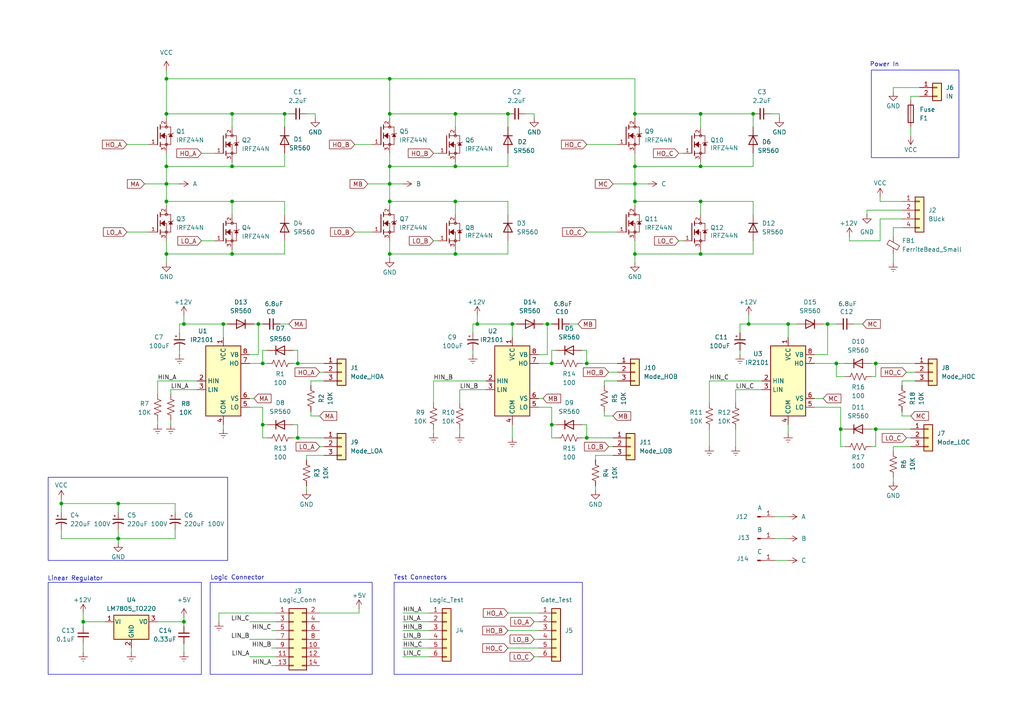
<source format=kicad_sch>
(kicad_sch (version 20231120) (generator "eeschema") (generator_version "8.0")
  (paper "A4")
  (title_block (title "prototipoPotencia") (rev "MK.5") (company "KONTeam"))
  (junction (at 228.6 93.98))
  (junction (at 86.36 105.41))
  (junction (at 113.03 53.34))
  (junction (at 48.26 33.02))
  (junction (at 132.08 48.26))
  (junction (at 254 105.41))
  (junction (at 203.2 73.66))
  (junction (at 48.26 58.42))
  (junction (at 184.15 48.26))
  (junction (at 74.93 93.98))
  (junction (at 132.08 73.66))
  (junction (at 138.43 93.98))
  (junction (at 170.18 105.41))
  (junction (at 158.75 93.98))
  (junction (at 113.03 73.66))
  (junction (at 67.31 33.02))
  (junction (at 76.2 123.19))
  (junction (at 203.2 48.26))
  (junction (at 53.34 180.34))
  (junction (at 82.55 33.02))
  (junction (at 76.2 105.41))
  (junction (at 86.36 127))
  (junction (at 170.18 127))
  (junction (at 148.59 93.98))
  (junction (at 64.77 93.98))
  (junction (at 217.17 93.98))
  (junction (at 132.08 33.02))
  (junction (at 184.15 58.42))
  (junction (at 113.03 22.86))
  (junction (at 48.26 73.66))
  (junction (at 147.32 33.02))
  (junction (at 184.15 73.66))
  (junction (at 184.15 53.34))
  (junction (at 203.2 58.42))
  (junction (at 113.03 48.26))
  (junction (at 48.26 22.86))
  (junction (at 67.31 73.66))
  (junction (at 34.29 146.05))
  (junction (at 243.84 124.46))
  (junction (at 17.78 146.05))
  (junction (at 53.34 93.98))
  (junction (at 34.29 156.21))
  (junction (at 67.31 58.42))
  (junction (at 113.03 58.42))
  (junction (at 184.15 33.02))
  (junction (at 132.08 58.42))
  (junction (at 24.13 180.34))
  (junction (at 67.31 48.26))
  (junction (at 48.26 48.26))
  (junction (at 113.03 33.02))
  (junction (at 160.02 105.41))
  (junction (at 254 124.46))
  (junction (at 242.57 105.41))
  (junction (at 160.02 123.19))
  (junction (at 218.44 33.02))
  (junction (at 203.2 33.02))
  (junction (at 48.26 53.34))
  (junction (at 240.03 93.98))
  (wire (pts (xy 148.59 93.98) (xy 149.86 93.98)))
  (wire (pts (xy 184.15 73.66) (xy 184.15 76.2)))
  (wire (pts (xy 184.15 58.42) (xy 184.15 59.69)))
  (wire (pts (xy 48.26 53.34) (xy 48.26 58.42)))
  (wire (pts (xy 90.17 110.49) (xy 90.17 111.76)))
  (wire (pts (xy 147.32 58.42) (xy 147.32 62.23)))
  (wire (pts (xy 92.71 177.8) (xy 104.14 177.8)))
  (wire (pts (xy 137.16 102.87) (xy 137.16 101.6)))
  (wire (pts (xy 93.98 129.54) (xy 92.71 129.54)))
  (wire (pts (xy 170.18 101.6) (xy 170.18 105.41)))
  (wire (pts (xy 45.72 110.49) (xy 57.15 110.49)))
  (wire (pts (xy 67.31 73.66) (xy 82.55 73.66)))
  (wire (pts (xy 152.4 33.02) (xy 154.94 33.02)))
  (wire (pts (xy 148.59 93.98) (xy 148.59 97.79)))
  (wire (pts (xy 58.42 69.85) (xy 62.23 69.85)))
  (wire (pts (xy 132.08 33.02) (xy 147.32 33.02)))
  (wire (pts (xy 63.5 177.8) (xy 63.5 180.34)))
  (wire (pts (xy 203.2 48.26) (xy 218.44 48.26)))
  (wire (pts (xy 48.26 33.02) (xy 48.26 34.29)))
  (wire (pts (xy 254 109.22) (xy 254 105.41)))
  (wire (pts (xy 175.26 110.49) (xy 175.26 111.76)))
  (wire (pts (xy 85.09 127) (xy 86.36 127)))
  (wire (pts (xy 48.26 58.42) (xy 48.26 59.69)))
  (wire (pts (xy 205.74 110.49) (xy 220.98 110.49)))
  (wire (pts (xy 133.35 113.03) (xy 133.35 116.84)))
  (wire (pts (xy 90.17 120.65) (xy 90.17 119.38)))
  (wire (pts (xy 72.39 180.34) (xy 80.01 180.34)))
  (wire (pts (xy 52.07 93.98) (xy 52.07 96.52)))
  (wire (pts (xy 203.2 62.23) (xy 203.2 58.42)))
  (wire (pts (xy 106.68 53.34) (xy 113.03 53.34)))
  (wire (pts (xy 184.15 58.42) (xy 203.2 58.42)))
  (wire (pts (xy 48.26 22.86) (xy 48.26 33.02)))
  (wire (pts (xy 184.15 33.02) (xy 184.15 34.29)))
  (wire (pts (xy 264.16 29.21) (xy 264.16 27.94)))
  (wire (pts (xy 67.31 62.23) (xy 67.31 58.42)))
  (wire (pts (xy 132.08 72.39) (xy 132.08 73.66)))
  (wire (pts (xy 50.8 156.21) (xy 34.29 156.21)))
  (wire (pts (xy 156.21 190.5) (xy 154.94 190.5)))
  (wire (pts (xy 48.26 22.86) (xy 113.03 22.86)))
  (wire (pts (xy 113.03 58.42) (xy 113.03 59.69)))
  (wire (pts (xy 34.29 148.59) (xy 34.29 146.05)))
  (wire (pts (xy 259.08 25.4) (xy 266.7 25.4)))
  (wire (pts (xy 203.2 72.39) (xy 203.2 73.66)))
  (wire (pts (xy 67.31 33.02) (xy 67.31 36.83)))
  (wire (pts (xy 48.26 44.45) (xy 48.26 48.26)))
  (wire (pts (xy 184.15 33.02) (xy 203.2 33.02)))
  (wire (pts (xy 86.36 123.19) (xy 86.36 127)))
  (wire (pts (xy 52.07 53.34) (xy 48.26 53.34)))
  (wire (pts (xy 203.2 73.66) (xy 218.44 73.66)))
  (wire (pts (xy 36.83 41.91) (xy 43.18 41.91)))
  (wire (pts (xy 124.46 185.42) (xy 116.84 185.42)))
  (wire (pts (xy 217.17 91.44) (xy 217.17 93.98)))
  (wire (pts (xy 213.36 113.03) (xy 213.36 116.84)))
  (wire (pts (xy 168.91 123.19) (xy 170.18 123.19)))
  (wire (pts (xy 218.44 33.02) (xy 218.44 36.83)))
  (wire (pts (xy 236.22 115.57) (xy 238.76 115.57)))
  (wire (pts (xy 34.29 157.48) (xy 34.29 156.21)))
  (wire (pts (xy 113.03 48.26) (xy 113.03 53.34)))
  (wire (pts (xy 78.74 193.04) (xy 80.01 193.04)))
  (wire (pts (xy 78.74 182.88) (xy 80.01 182.88)))
  (wire (pts (xy 49.53 121.92) (xy 49.53 123.19)))
  (wire (pts (xy 125.73 110.49) (xy 125.73 116.84)))
  (wire (pts (xy 85.09 123.19) (xy 86.36 123.19)))
  (wire (pts (xy 161.29 101.6) (xy 160.02 101.6)))
  (wire (pts (xy 177.8 129.54) (xy 176.53 129.54)))
  (wire (pts (xy 74.93 93.98) (xy 76.2 93.98)))
  (wire (pts (xy 72.39 102.87) (xy 74.93 102.87)))
  (wire (pts (xy 205.74 124.46) (xy 205.74 129.54)))
  (wire (pts (xy 259.08 68.58) (xy 259.08 66.04)))
  (wire (pts (xy 157.48 93.98) (xy 158.75 93.98)))
  (wire (pts (xy 228.6 162.56) (xy 224.79 162.56)))
  (wire (pts (xy 203.2 46.99) (xy 203.2 48.26)))
  (wire (pts (xy 265.43 107.95) (xy 262.89 107.95)))
  (wire (pts (xy 261.62 120.65) (xy 261.62 119.38)))
  (wire (pts (xy 259.08 130.81) (xy 259.08 129.54)))
  (wire (pts (xy 259.08 76.2) (xy 259.08 73.66)))
  (wire (pts (xy 261.62 110.49) (xy 261.62 111.76)))
  (wire (pts (xy 124.46 187.96) (xy 116.84 187.96)))
  (wire (pts (xy 250.19 93.98) (xy 247.65 93.98)))
  (wire (pts (xy 259.08 66.04) (xy 261.62 66.04)))
  (wire (pts (xy 17.78 146.05) (xy 17.78 148.59)))
  (wire (pts (xy 125.73 44.45) (xy 127 44.45)))
  (wire (pts (xy 156.21 187.96) (xy 147.32 187.96)))
  (wire (pts (xy 91.44 33.02) (xy 91.44 34.29)))
  (wire (pts (xy 50.8 153.67) (xy 50.8 156.21)))
  (wire (pts (xy 217.17 93.98) (xy 214.63 93.98)))
  (wire (pts (xy 175.26 110.49) (xy 179.07 110.49)))
  (wire (pts (xy 242.57 105.41) (xy 245.11 105.41)))
  (wire (pts (xy 243.84 124.46) (xy 243.84 118.11)))
  (wire (pts (xy 140.97 113.03) (xy 133.35 113.03)))
  (wire (pts (xy 184.15 48.26) (xy 184.15 53.34)))
  (wire (pts (xy 67.31 33.02) (xy 82.55 33.02)))
  (wire (pts (xy 252.73 124.46) (xy 254 124.46)))
  (wire (pts (xy 226.06 33.02) (xy 226.06 34.29)))
  (wire (pts (xy 259.08 129.54) (xy 264.16 129.54)))
  (wire (pts (xy 132.08 73.66) (xy 147.32 73.66)))
  (wire (pts (xy 78.74 187.96) (xy 80.01 187.96)))
  (wire (pts (xy 76.2 101.6) (xy 76.2 105.41)))
  (wire (pts (xy 76.2 127) (xy 77.47 127)))
  (wire (pts (xy 137.16 93.98) (xy 137.16 96.52)))
  (wire (pts (xy 53.34 189.23) (xy 53.34 186.69)))
  (wire (pts (xy 36.83 67.31) (xy 43.18 67.31)))
  (wire (pts (xy 86.36 101.6) (xy 85.09 101.6)))
  (wire (pts (xy 48.26 76.2) (xy 48.26 73.66)))
  (wire (pts (xy 214.63 93.98) (xy 214.63 96.52)))
  (wire (pts (xy 90.17 110.49) (xy 93.98 110.49)))
  (wire (pts (xy 113.03 69.85) (xy 113.03 73.66)))
  (wire (pts (xy 147.32 73.66) (xy 147.32 69.85)))
  (wire (pts (xy 147.32 33.02) (xy 147.32 36.83)))
  (wire (pts (xy 177.8 120.65) (xy 175.26 120.65)))
  (wire (pts (xy 113.03 58.42) (xy 132.08 58.42)))
  (wire (pts (xy 38.1 189.23) (xy 38.1 187.96)))
  (wire (pts (xy 138.43 93.98) (xy 148.59 93.98)))
  (wire (pts (xy 240.03 93.98) (xy 238.76 93.98)))
  (wire (pts (xy 132.08 46.99) (xy 132.08 48.26)))
  (wire (pts (xy 41.91 53.34) (xy 48.26 53.34)))
  (wire (pts (xy 85.09 105.41) (xy 86.36 105.41)))
  (wire (pts (xy 58.42 44.45) (xy 62.23 44.45)))
  (wire (pts (xy 231.14 93.98) (xy 228.6 93.98)))
  (wire (pts (xy 34.29 156.21) (xy 17.78 156.21)))
  (wire (pts (xy 45.72 121.92) (xy 45.72 123.19)))
  (wire (pts (xy 24.13 177.8) (xy 24.13 180.34)))
  (wire (pts (xy 34.29 153.67) (xy 34.29 156.21)))
  (wire (pts (xy 67.31 48.26) (xy 82.55 48.26)))
  (wire (pts (xy 240.03 93.98) (xy 240.03 102.87)))
  (wire (pts (xy 161.29 123.19) (xy 160.02 123.19)))
  (wire (pts (xy 184.15 69.85) (xy 184.15 73.66)))
  (wire (pts (xy 50.8 148.59) (xy 50.8 146.05)))
  (wire (pts (xy 160.02 105.41) (xy 161.29 105.41)))
  (wire (pts (xy 88.9 33.02) (xy 91.44 33.02)))
  (wire (pts (xy 217.17 93.98) (xy 228.6 93.98)))
  (wire (pts (xy 179.07 67.31) (xy 170.18 67.31)))
  (wire (pts (xy 86.36 127) (xy 93.98 127)))
  (wire (pts (xy 127 69.85) (xy 125.73 69.85)))
  (wire (pts (xy 254 124.46) (xy 264.16 124.46)))
  (wire (pts (xy 228.6 123.19) (xy 228.6 125.73)))
  (wire (pts (xy 243.84 129.54) (xy 243.84 124.46)))
  (wire (pts (xy 252.73 105.41) (xy 254 105.41)))
  (wire (pts (xy 113.03 33.02) (xy 132.08 33.02)))
  (wire (pts (xy 107.95 67.31) (xy 102.87 67.31)))
  (wire (pts (xy 228.6 156.21) (xy 224.79 156.21)))
  (wire (pts (xy 196.85 69.85) (xy 198.12 69.85)))
  (wire (pts (xy 170.18 105.41) (xy 179.07 105.41)))
  (wire (pts (xy 132.08 58.42) (xy 147.32 58.42)))
  (wire (pts (xy 17.78 144.78) (xy 17.78 146.05)))
  (wire (pts (xy 67.31 46.99) (xy 67.31 48.26)))
  (wire (pts (xy 214.63 102.87) (xy 214.63 101.6)))
  (wire (pts (xy 172.72 132.08) (xy 177.8 132.08)))
  (wire (pts (xy 45.72 180.34) (xy 53.34 180.34)))
  (wire (pts (xy 203.2 33.02) (xy 218.44 33.02)))
  (wire (pts (xy 187.96 53.34) (xy 184.15 53.34)))
  (wire (pts (xy 82.55 33.02) (xy 82.55 36.83)))
  (wire (pts (xy 113.03 33.02) (xy 113.03 34.29)))
  (wire (pts (xy 24.13 189.23) (xy 24.13 186.69)))
  (wire (pts (xy 64.77 123.19) (xy 64.77 124.46)))
  (wire (pts (xy 82.55 44.45) (xy 82.55 48.26)))
  (wire (pts (xy 86.36 105.41) (xy 93.98 105.41)))
  (wire (pts (xy 72.39 115.57) (xy 73.66 115.57)))
  (wire (pts (xy 261.62 110.49) (xy 265.43 110.49)))
  (wire (pts (xy 184.15 53.34) (xy 184.15 58.42)))
  (wire (pts (xy 255.27 69.85) (xy 246.38 69.85)))
  (wire (pts (xy 170.18 127) (xy 177.8 127)))
  (wire (pts (xy 184.15 33.02) (xy 184.15 22.86)))
  (wire (pts (xy 113.03 48.26) (xy 132.08 48.26)))
  (wire (pts (xy 124.46 180.34) (xy 116.84 180.34)))
  (wire (pts (xy 53.34 93.98) (xy 52.07 93.98)))
  (wire (pts (xy 170.18 41.91) (xy 179.07 41.91)))
  (wire (pts (xy 255.27 58.42) (xy 261.62 58.42)))
  (wire (pts (xy 137.16 93.98) (xy 138.43 93.98)))
  (wire (pts (xy 228.6 149.86) (xy 224.79 149.86)))
  (wire (pts (xy 82.55 73.66) (xy 82.55 69.85)))
  (wire (pts (xy 255.27 63.5) (xy 255.27 69.85)))
  (wire (pts (xy 252.73 129.54) (xy 254 129.54)))
  (wire (pts (xy 116.84 53.34) (xy 113.03 53.34)))
  (wire (pts (xy 259.08 25.4) (xy 259.08 26.67)))
  (wire (pts (xy 24.13 180.34) (xy 30.48 180.34)))
  (wire (pts (xy 76.2 123.19) (xy 77.47 123.19)))
  (wire (pts (xy 113.03 74.93) (xy 113.03 73.66)))
  (wire (pts (xy 124.46 182.88) (xy 116.84 182.88)))
  (wire (pts (xy 203.2 33.02) (xy 203.2 36.83)))
  (wire (pts (xy 168.91 101.6) (xy 170.18 101.6)))
  (wire (pts (xy 132.08 48.26) (xy 147.32 48.26)))
  (wire (pts (xy 124.46 177.8) (xy 116.84 177.8)))
  (wire (pts (xy 154.94 33.02) (xy 154.94 34.29)))
  (wire (pts (xy 80.01 185.42) (xy 72.39 185.42)))
  (wire (pts (xy 124.46 190.5) (xy 116.84 190.5)))
  (wire (pts (xy 218.44 58.42) (xy 218.44 62.23)))
  (wire (pts (xy 64.77 97.79) (xy 64.77 93.98)))
  (wire (pts (xy 76.2 105.41) (xy 77.47 105.41)))
  (wire (pts (xy 113.03 73.66) (xy 132.08 73.66)))
  (wire (pts (xy 264.16 127) (xy 262.89 127)))
  (wire (pts (xy 254 105.41) (xy 265.43 105.41)))
  (wire (pts (xy 158.75 93.98) (xy 158.75 102.87)))
  (wire (pts (xy 83.82 93.98) (xy 81.28 93.98)))
  (wire (pts (xy 156.21 177.8) (xy 147.32 177.8)))
  (wire (pts (xy 125.73 124.46) (xy 125.73 125.73)))
  (wire (pts (xy 156.21 180.34) (xy 154.94 180.34)))
  (wire (pts (xy 218.44 73.66) (xy 218.44 69.85)))
  (wire (pts (xy 160.02 101.6) (xy 160.02 105.41)))
  (wire (pts (xy 223.52 33.02) (xy 226.06 33.02)))
  (wire (pts (xy 246.38 69.85) (xy 246.38 68.58)))
  (wire (pts (xy 76.2 118.11) (xy 76.2 123.19)))
  (wire (pts (xy 76.2 127) (xy 76.2 123.19)))
  (wire (pts (xy 156.21 185.42) (xy 154.94 185.42)))
  (wire (pts (xy 264.16 120.65) (xy 261.62 120.65)))
  (wire (pts (xy 93.98 107.95) (xy 92.71 107.95)))
  (wire (pts (xy 242.57 105.41) (xy 236.22 105.41)))
  (wire (pts (xy 156.21 115.57) (xy 157.48 115.57)))
  (wire (pts (xy 160.02 123.19) (xy 160.02 127)))
  (wire (pts (xy 259.08 139.7) (xy 259.08 138.43)))
  (wire (pts (xy 88.9 142.24) (xy 88.9 140.97)))
  (wire (pts (xy 213.36 124.46) (xy 213.36 129.54)))
  (wire (pts (xy 156.21 182.88) (xy 147.32 182.88)))
  (wire (pts (xy 158.75 93.98) (xy 160.02 93.98)))
  (wire (pts (xy 228.6 97.79) (xy 228.6 93.98)))
  (wire (pts (xy 165.1 93.98) (xy 167.64 93.98)))
  (wire (pts (xy 113.03 22.86) (xy 113.03 33.02)))
  (wire (pts (xy 156.21 118.11) (xy 160.02 118.11)))
  (wire (pts (xy 17.78 146.05) (xy 34.29 146.05)))
  (wire (pts (xy 252.73 109.22) (xy 254 109.22)))
  (wire (pts (xy 48.26 69.85) (xy 48.26 73.66)))
  (wire (pts (xy 63.5 177.8) (xy 80.01 177.8)))
  (wire (pts (xy 184.15 48.26) (xy 203.2 48.26)))
  (wire (pts (xy 86.36 101.6) (xy 86.36 105.41)))
  (wire (pts (xy 53.34 179.07) (xy 53.34 180.34)))
  (wire (pts (xy 48.26 20.32) (xy 48.26 22.86)))
  (wire (pts (xy 203.2 58.42) (xy 218.44 58.42)))
  (wire (pts (xy 251.46 60.96) (xy 261.62 60.96)))
  (wire (pts (xy 52.07 102.87) (xy 52.07 101.6)))
  (wire (pts (xy 92.71 120.65) (xy 90.17 120.65)))
  (wire (pts (xy 196.85 44.45) (xy 198.12 44.45)))
  (wire (pts (xy 82.55 58.42) (xy 82.55 62.23)))
  (wire (pts (xy 243.84 124.46) (xy 245.11 124.46)))
  (wire (pts (xy 175.26 120.65) (xy 175.26 119.38)))
  (wire (pts (xy 53.34 91.44) (xy 53.34 93.98)))
  (wire (pts (xy 48.26 33.02) (xy 67.31 33.02)))
  (wire (pts (xy 132.08 62.23) (xy 132.08 58.42)))
  (wire (pts (xy 57.15 113.03) (xy 49.53 113.03)))
  (wire (pts (xy 179.07 107.95) (xy 176.53 107.95)))
  (wire (pts (xy 104.14 177.8) (xy 104.14 176.53)))
  (wire (pts (xy 17.78 156.21) (xy 17.78 153.67)))
  (wire (pts (xy 76.2 101.6) (xy 77.47 101.6)))
  (wire (pts (xy 184.15 44.45) (xy 184.15 48.26)))
  (wire (pts (xy 53.34 180.34) (xy 53.34 181.61)))
  (wire (pts (xy 113.03 44.45) (xy 113.03 48.26)))
  (wire (pts (xy 236.22 102.87) (xy 240.03 102.87)))
  (wire (pts (xy 48.26 58.42) (xy 67.31 58.42)))
  (wire (pts (xy 168.91 127) (xy 170.18 127)))
  (wire (pts (xy 205.74 110.49) (xy 205.74 116.84)))
  (wire (pts (xy 218.44 44.45) (xy 218.44 48.26)))
  (wire (pts (xy 243.84 118.11) (xy 236.22 118.11)))
  (wire (pts (xy 125.73 110.49) (xy 140.97 110.49)))
  (wire (pts (xy 80.01 190.5) (xy 72.39 190.5)))
  (wire (pts (xy 49.53 113.03) (xy 49.53 114.3)))
  (wire (pts (xy 88.9 133.35) (xy 88.9 132.08)))
  (wire (pts (xy 240.03 93.98) (xy 242.57 93.98)))
  (wire (pts (xy 254 129.54) (xy 254 124.46)))
  (wire (pts (xy 76.2 118.11) (xy 72.39 118.11)))
  (wire (pts (xy 172.72 133.35) (xy 172.72 132.08)))
  (wire (pts (xy 73.66 93.98) (xy 74.93 93.98)))
  (wire (pts (xy 264.16 27.94) (xy 266.7 27.94)))
  (wire (pts (xy 67.31 58.42) (xy 82.55 58.42)))
  (wire (pts (xy 67.31 72.39) (xy 67.31 73.66)))
  (wire (pts (xy 53.34 93.98) (xy 64.77 93.98)))
  (wire (pts (xy 148.59 123.19) (xy 148.59 127)))
  (wire (pts (xy 170.18 123.19) (xy 170.18 127)))
  (wire (pts (xy 74.93 93.98) (xy 74.93 102.87)))
  (wire (pts (xy 102.87 41.91) (xy 107.95 41.91)))
  (wire (pts (xy 133.35 124.46) (xy 133.35 125.73)))
  (wire (pts (xy 24.13 181.61) (xy 24.13 180.34)))
  (wire (pts (xy 113.03 53.34) (xy 113.03 58.42)))
  (wire (pts (xy 177.8 53.34) (xy 184.15 53.34)))
  (wire (pts (xy 83.82 33.02) (xy 82.55 33.02)))
  (wire (pts (xy 50.8 146.05) (xy 34.29 146.05)))
  (wire (pts (xy 220.98 113.03) (xy 213.36 113.03)))
  (wire (pts (xy 251.46 62.23) (xy 251.46 60.96)))
  (wire (pts (xy 242.57 109.22) (xy 242.57 105.41)))
  (wire (pts (xy 255.27 57.15) (xy 255.27 58.42)))
  (wire (pts (xy 160.02 118.11) (xy 160.02 123.19)))
  (wire (pts (xy 48.26 48.26) (xy 48.26 53.34)))
  (wire (pts (xy 156.21 102.87) (xy 158.75 102.87)))
  (wire (pts (xy 172.72 142.24) (xy 172.72 140.97)))
  (wire (pts (xy 66.04 93.98) (xy 64.77 93.98)))
  (wire (pts (xy 242.57 109.22) (xy 245.11 109.22)))
  (wire (pts (xy 264.16 39.37) (xy 264.16 36.83)))
  (wire (pts (xy 184.15 73.66) (xy 203.2 73.66)))
  (wire (pts (xy 156.21 105.41) (xy 160.02 105.41)))
  (wire (pts (xy 160.02 127) (xy 161.29 127)))
  (wire (pts (xy 168.91 105.41) (xy 170.18 105.41)))
  (wire (pts (xy 113.03 22.86) (xy 184.15 22.86)))
  (wire (pts (xy 138.43 91.44) (xy 138.43 93.98)))
  (wire (pts (xy 147.32 44.45) (xy 147.32 48.26)))
  (wire (pts (xy 45.72 110.49) (xy 45.72 114.3)))
  (wire (pts (xy 255.27 63.5) (xy 261.62 63.5)))
  (wire (pts (xy 48.26 73.66) (xy 67.31 73.66)))
  (wire (pts (xy 132.08 33.02) (xy 132.08 36.83)))
  (wire (pts (xy 48.26 48.26) (xy 67.31 48.26)))
  (wire (pts (xy 88.9 132.08) (xy 93.98 132.08)))
  (wire (pts (xy 72.39 105.41) (xy 76.2 105.41)))
  (wire (pts (xy 243.84 129.54) (xy 245.11 129.54)))
  (rectangle (start 13.97 138.43) (end 66.04 162.56))
  (rectangle (start 114.3 168.91) (end 168.91 195.58))
  (rectangle (start 252.73 20.32) (end 278.13 45.72))
  (rectangle (start 60.96 168.91) (end 107.95 195.58))
  (rectangle (start 13.97 168.91) (end 58.42 195.58))
  (text "Linear Regulator" (at 21.844 167.894 0) (effects (font (size 1.27 1.27))))
  (text "Logic Connector" (at 68.834 167.64 0) (effects (font (size 1.27 1.27))))
  (text "Power In\n" (at 256.54 18.796 0) (effects (font (size 1.27 1.27))))
  (text "Test Connectors" (at 121.92 167.64 0) (effects (font (size 1.27 1.27))))
  (label "LIN_B" (at 133.35 113.03 0))
  (label "LIN_B" (at 116.84 185.42 0))
  (label "LIN_B" (at 72.39 185.42 180))
  (label "LIN_A" (at 116.84 180.34 0))
  (label "HIN_C" (at 116.84 187.96 0))
  (label "HIN_B" (at 78.74 187.96 180))
  (label "HIN_A" (at 45.72 110.49 0))
  (label "HIN_C" (at 78.74 182.88 180))
  (label "LIN_C" (at 213.36 113.03 0))
  (label "HIN_B" (at 116.84 182.88 0))
  (label "HIN_B" (at 125.73 110.49 0))
  (label "LIN_C" (at 72.39 180.34 180))
  (label "HIN_C" (at 205.74 110.49 0))
  (label "LIN_A" (at 49.53 113.03 0))
  (label "HIN_A" (at 116.84 177.8 0))
  (label "LIN_A" (at 72.39 190.5 180))
  (label "LIN_C" (at 116.84 190.5 0))
  (label "HIN_A" (at 78.74 193.04 180))
  (global_label "LO_A" (shape input) (at 58.42 69.85 180) (property "Intersheetrefs" "${INTERSHEET_REFS}" (effects (hide yes))))
  (global_label "LO_A" (shape input) (at 36.83 67.31 180) (property "Intersheetrefs" "${INTERSHEET_REFS}" (effects (hide yes))))
  (global_label "LO_B" (shape input) (at 125.73 69.85 180) (property "Intersheetrefs" "${INTERSHEET_REFS}" (effects (hide yes))))
  (global_label "LO_C" (shape input) (at 170.18 67.31 180) (property "Intersheetrefs" "${INTERSHEET_REFS}" (effects (hide yes))))
  (global_label "LO_B" (shape input) (at 154.94 185.42 180) (property "Intersheetrefs" "${INTERSHEET_REFS}" (effects (hide yes))))
  (global_label "LO_B" (shape input) (at 176.53 129.54 180) (property "Intersheetrefs" "${INTERSHEET_REFS}" (effects (hide yes))))
  (global_label "LO_A" (shape input) (at 154.94 180.34 180) (property "Intersheetrefs" "${INTERSHEET_REFS}" (effects (hide yes))))
  (global_label "MB" (shape input) (at 177.8 120.65 0) (property "Intersheetrefs" "${INTERSHEET_REFS}" (effects (hide yes))))
  (global_label "LO_C" (shape input) (at 262.89 127 180) (property "Intersheetrefs" "${INTERSHEET_REFS}" (effects (hide yes))))
  (global_label "LO_C" (shape input) (at 196.85 69.85 180) (property "Intersheetrefs" "${INTERSHEET_REFS}" (effects (hide yes))))
  (global_label "MB" (shape input) (at 167.64 93.98 0) (property "Intersheetrefs" "${INTERSHEET_REFS}" (effects (hide yes))))
  (global_label "HO_C" (shape input) (at 170.18 41.91 180) (property "Intersheetrefs" "${INTERSHEET_REFS}" (effects (hide yes))))
  (global_label "MA" (shape input) (at 92.71 120.65 0) (property "Intersheetrefs" "${INTERSHEET_REFS}" (effects (hide yes))))
  (global_label "MC" (shape input) (at 177.8 53.34 180) (property "Intersheetrefs" "${INTERSHEET_REFS}" (effects (hide yes))))
  (global_label "MC" (shape input) (at 264.16 120.65 0) (property "Intersheetrefs" "${INTERSHEET_REFS}" (effects (hide yes))))
  (global_label "MA" (shape input) (at 83.82 93.98 0) (property "Intersheetrefs" "${INTERSHEET_REFS}" (effects (hide yes))))
  (global_label "HO_B" (shape input) (at 125.73 44.45 180) (property "Intersheetrefs" "${INTERSHEET_REFS}" (effects (hide yes))))
  (global_label "MB" (shape input) (at 157.48 115.57 0) (property "Intersheetrefs" "${INTERSHEET_REFS}" (effects (hide yes))))
  (global_label "HO_C" (shape input) (at 196.85 44.45 180) (property "Intersheetrefs" "${INTERSHEET_REFS}" (effects (hide yes))))
  (global_label "HO_A" (shape input) (at 92.71 107.95 180) (property "Intersheetrefs" "${INTERSHEET_REFS}" (effects (hide yes))))
  (global_label "MA" (shape input) (at 41.91 53.34 180) (property "Intersheetrefs" "${INTERSHEET_REFS}" (effects (hide yes))))
  (global_label "LO_C" (shape input) (at 154.94 190.5 180) (property "Intersheetrefs" "${INTERSHEET_REFS}" (effects (hide yes))))
  (global_label "MA" (shape input) (at 73.66 115.57 0) (property "Intersheetrefs" "${INTERSHEET_REFS}" (effects (hide yes))))
  (global_label "HO_A" (shape input) (at 58.42 44.45 180) (property "Intersheetrefs" "${INTERSHEET_REFS}" (effects (hide yes))))
  (global_label "HO_B" (shape input) (at 147.32 182.88 180) (property "Intersheetrefs" "${INTERSHEET_REFS}" (effects (hide yes))))
  (global_label "HO_C" (shape input) (at 262.89 107.95 180) (property "Intersheetrefs" "${INTERSHEET_REFS}" (effects (hide yes))))
  (global_label "MB" (shape input) (at 106.68 53.34 180) (property "Intersheetrefs" "${INTERSHEET_REFS}" (effects (hide yes))))
  (global_label "MC" (shape input) (at 238.76 115.57 0) (property "Intersheetrefs" "${INTERSHEET_REFS}" (effects (hide yes))))
  (global_label "MC" (shape input) (at 250.19 93.98 0) (property "Intersheetrefs" "${INTERSHEET_REFS}" (effects (hide yes))))
  (global_label "HO_B" (shape input) (at 176.53 107.95 180) (property "Intersheetrefs" "${INTERSHEET_REFS}" (effects (hide yes))))
  (global_label "LO_A" (shape input) (at 92.71 129.54 180) (property "Intersheetrefs" "${INTERSHEET_REFS}" (effects (hide yes))))
  (global_label "HO_B" (shape input) (at 102.87 41.91 180) (property "Intersheetrefs" "${INTERSHEET_REFS}" (effects (hide yes))))
  (global_label "HO_A" (shape input) (at 147.32 177.8 180) (property "Intersheetrefs" "${INTERSHEET_REFS}" (effects (hide yes))))
  (global_label "LO_B" (shape input) (at 102.87 67.31 180) (property "Intersheetrefs" "${INTERSHEET_REFS}" (effects (hide yes))))
  (global_label "HO_A" (shape input) (at 36.83 41.91 180) (property "Intersheetrefs" "${INTERSHEET_REFS}" (effects (hide yes))))
  (global_label "HO_C" (shape input) (at 147.32 187.96 180) (property "Intersheetrefs" "${INTERSHEET_REFS}" (effects (hide yes))))
  (symbol (lib_id "Connector_Generic:Conn_01x03") (at 269.24 127 0) (unit 1)
    (property "Reference" "J7" (at 271.78 125.7299 0) (effects (justify left)))
    (property "Value" "Mode_LOC" (at 271.78 128.2699 0) (effects (justify left)))
    (property "Footprint" "Connector_PinHeader_2.54mm:PinHeader_1x03_P2.54mm_Vertical" (effects (hide yes)))
    (property "Description" "Generic connector, single row, 01x03, script generated (kicad-library-utils/schlib/autogen/connector/)" (effects (hide yes)))
  )
  (symbol (lib_id "power:+12V") (at 217.17 91.44 0) (unit 1)
    (property "Reference" "#PWR031" (effects (hide yes)))
    (property "Value" "+12V" (at 216.916 87.63 0))
    (property "Description" "Power symbol creates a global label with name \"+12V\"" (effects (hide yes)))
  )
  (symbol (lib_id "power:Earth") (at 38.1 189.23 0) (unit 1)
    (property "Reference" "#PWR036" (effects (hide yes)))
    (property "Value" "Earth" (effects (hide yes)))
    (property "Description" "Power symbol creates a global label with name \"Earth\"" (effects (hide yes)))
  )
  (symbol (lib_id "power:Earth") (at 49.53 123.19 0) (unit 1)
    (property "Reference" "#PWR015" (effects (hide yes)))
    (property "Value" "Earth" (effects (hide yes)))
    (property "Description" "Power symbol creates a global label with name \"Earth\"" (effects (hide yes)))
  )
  (symbol (lib_id "power:Earth") (at 125.73 125.73 0) (unit 1)
    (property "Reference" "#PWR024" (effects (hide yes)))
    (property "Value" "Earth" (effects (hide yes)))
    (property "Description" "Power symbol creates a global label with name \"Earth\"" (effects (hide yes)))
  )
  (symbol (lib_id "IRFZ44N:IRFZ44N") (at 129.54 41.91 0) (unit 1)
    (property "Reference" "Q6" (at 134.874 40.64 0) (effects (justify left)))
    (property "Value" "IRFZ44N" (at 134.874 43.18 0) (effects (justify left)))
    (property "Footprint" "IRFZ44N:TO254P1016X419X2286-3" (effects (hide yes)))
    (property "MF" "Infineon Technologies" (effects (hide yes)))
    (property "MAXIMUM_PACKAGE_HEIGHT" "22.86 mm" (effects (hide yes)))
    (property "Package" "TO-220-3 Infineon" (effects (hide yes)))
    (property "Price" "None" (effects (hide yes)))
    (property "Check_prices" "https://www.snapeda.com/parts/IRFZ44N/Infineon+Technologies/view-part/?ref=eda" (effects (hide yes)))
    (property "STANDARD" "IPC 7351B" (effects (hide yes)))
    (property "PARTREV" "09/21/10" (effects (hide yes)))
    (property "SnapEDA_Link" "https://www.snapeda.com/parts/IRFZ44N/Infineon+Technologies/view-part/?ref=snap" (effects (hide yes)))
    (property "MP" "IRFZ44N" (effects (hide yes)))
    (property "Purchase-URL" "https://www.snapeda.com/api/url_track_click_mouser/?unipart_id=558410&manufacturer=Infineon Technologies&part_name=IRFZ44N&search_term=None" (effects (hide yes)))
    (property "Description_1" "\nN-Channel 55 V 49A (Tc) 94W (Tc) Through Hole TO-220AB\n" (effects (hide yes)))
    (property "SNAPEDA_PN" "IRFZ44N" (effects (hide yes)))
    (property "Availability" "In Stock" (effects (hide yes)))
    (property "MANUFACTURER" "Infineon" (effects (hide yes)))
  )
  (symbol (lib_id "power:Earth") (at 53.34 189.23 0) (unit 1)
    (property "Reference" "#PWR038" (effects (hide yes)))
    (property "Value" "Earth" (effects (hide yes)))
    (property "Description" "Power symbol creates a global label with name \"Earth\"" (effects (hide yes)))
  )
  (symbol (lib_id "power:Earth") (at 63.5 180.34 0) (mirror y) (unit 1)
    (property "Reference" "#PWR034" (effects (hide yes)))
    (property "Value" "Earth" (effects (hide yes)))
    (property "Description" "Power symbol creates a global label with name \"Earth\"" (effects (hide yes)))
  )
  (symbol (lib_id "IRFZ44N:IRFZ44N") (at 181.61 39.37 0) (unit 1)
    (property "Reference" "Q9" (at 186.944 38.1 0) (effects (justify left)))
    (property "Value" "IRFZ44N" (at 186.944 40.64 0) (effects (justify left)))
    (property "Footprint" "IRFZ44N:TO254P1016X419X2286-3" (effects (hide yes)))
    (property "MF" "Infineon Technologies" (effects (hide yes)))
    (property "MAXIMUM_PACKAGE_HEIGHT" "22.86 mm" (effects (hide yes)))
    (property "Package" "TO-220-3 Infineon" (effects (hide yes)))
    (property "Price" "None" (effects (hide yes)))
    (property "Check_prices" "https://www.snapeda.com/parts/IRFZ44N/Infineon+Technologies/view-part/?ref=eda" (effects (hide yes)))
    (property "STANDARD" "IPC 7351B" (effects (hide yes)))
    (property "PARTREV" "09/21/10" (effects (hide yes)))
    (property "SnapEDA_Link" "https://www.snapeda.com/parts/IRFZ44N/Infineon+Technologies/view-part/?ref=snap" (effects (hide yes)))
    (property "MP" "IRFZ44N" (effects (hide yes)))
    (property "Purchase-URL" "https://www.snapeda.com/api/url_track_click_mouser/?unipart_id=558410&manufacturer=Infineon Technologies&part_name=IRFZ44N&search_term=None" (effects (hide yes)))
    (property "Description_1" "\nN-Channel 55 V 49A (Tc) 94W (Tc) Through Hole TO-220AB\n" (effects (hide yes)))
    (property "SNAPEDA_PN" "IRFZ44N" (effects (hide yes)))
    (property "Availability" "In Stock" (effects (hide yes)))
    (property "MANUFACTURER" "Infineon" (effects (hide yes)))
  )
  (symbol (lib_id "power:Earth") (at 137.16 102.87 0) (unit 1)
    (property "Reference" "#PWR023" (effects (hide yes)))
    (property "Value" "Earth" (effects (hide yes)))
    (property "Description" "Power symbol creates a global label with name \"Earth\"" (effects (hide yes)))
  )
  (symbol (lib_id "Connector_Generic:Conn_01x03") (at 270.51 107.95 0) (unit 1)
    (property "Reference" "J8" (at 273.05 106.6799 0) (effects (justify left)))
    (property "Value" "Mode_HOC" (at 273.05 109.2199 0) (effects (justify left)))
    (property "Footprint" "Connector_PinHeader_2.54mm:PinHeader_1x03_P2.54mm_Vertical" (effects (hide yes)))
    (property "Description" "Generic connector, single row, 01x03, script generated (kicad-library-utils/schlib/autogen/connector/)" (effects (hide yes)))
  )
  (symbol (lib_id "power:Earth") (at 259.08 76.2 0) (unit 1)
    (property "Reference" "#PWR018" (effects (hide yes)))
    (property "Value" "Earth" (effects (hide yes)))
    (property "Description" "Power symbol creates a global label with name \"Earth\"" (effects (hide yes)))
  )
  (symbol (lib_id "power:Earth") (at 213.36 129.54 0) (unit 1)
    (property "Reference" "#PWR029" (effects (hide yes)))
    (property "Value" "Earth" (effects (hide yes)))
    (property "Description" "Power symbol creates a global label with name \"Earth\"" (effects (hide yes)))
  )
  (symbol (lib_id "power:GND") (at 226.06 34.29 0) (unit 1)
    (property "Reference" "#PWR04" (effects (hide yes)))
    (property "Value" "GND" (at 226.06 38.354 0))
    (property "Description" "Power symbol creates a global label with name \"GND\" , ground" (effects (hide yes)))
  )
  (symbol (lib_id "Device:Fuse") (at 264.16 33.02 0) (mirror x) (unit 1)
    (property "Reference" "F1" (at 266.7 34.2901 0) (effects (justify left)))
    (property "Value" "Fuse" (at 266.7 31.7501 0) (effects (justify left)))
    (property "Footprint" "Fuse:Fuse_Littelfuse-LVR100" (effects (hide yes)))
    (property "Description" "Fuse" (effects (hide yes)))
  )
  (symbol (lib_id "Diode:1N4001") (at 81.28 101.6 0) (mirror x) (unit 1)
    (property "Reference" "D7" (at 81.28 95.25 0))
    (property "Value" "SR560" (at 81.28 98.298 0))
    (property "Footprint" "Diode_THT:D_DO-35_SOD27_P7.62mm_Horizontal" (effects (hide yes)))
    (property "Datasheet" "http://www.vishay.com/docs/88503/1n4001.pdf" (effects (hide yes)))
    (property "Description" "50V 1A General Purpose Rectifier Diode, DO-41" (effects (hide yes)))
    (property "Sim.Device" "D" (effects (hide yes)))
    (property "Sim.Pins" "1=K 2=A" (effects (hide yes)))
  )
  (symbol (lib_id "Device:R_US") (at 45.72 118.11 0) (unit 1)
    (property "Reference" "R7" (at 41.91 117.094 0))
    (property "Value" "10K" (at 41.91 119.634 0))
    (property "Footprint" "Resistor_THT:R_Axial_DIN0204_L3.6mm_D1.6mm_P7.62mm_Horizontal" (effects (hide yes)))
    (property "Description" "Resistor, US symbol" (effects (hide yes)))
  )
  (symbol (lib_id "IRFZ44N:IRFZ44N") (at 200.66 67.31 0) (unit 1)
    (property "Reference" "Q12" (at 205.994 66.04 0) (effects (justify left)))
    (property "Value" "IRFZ44N" (at 205.994 68.326 0) (effects (justify left)))
    (property "Footprint" "IRFZ44N:TO254P1016X419X2286-3" (effects (hide yes)))
    (property "MF" "Infineon Technologies" (effects (hide yes)))
    (property "MAXIMUM_PACKAGE_HEIGHT" "22.86 mm" (effects (hide yes)))
    (property "Package" "TO-220-3 Infineon" (effects (hide yes)))
    (property "Price" "None" (effects (hide yes)))
    (property "Check_prices" "https://www.snapeda.com/parts/IRFZ44N/Infineon+Technologies/view-part/?ref=eda" (effects (hide yes)))
    (property "STANDARD" "IPC 7351B" (effects (hide yes)))
    (property "PARTREV" "09/21/10" (effects (hide yes)))
    (property "SnapEDA_Link" "https://www.snapeda.com/parts/IRFZ44N/Infineon+Technologies/view-part/?ref=snap" (effects (hide yes)))
    (property "MP" "IRFZ44N" (effects (hide yes)))
    (property "Purchase-URL" "https://www.snapeda.com/api/url_track_click_mouser/?unipart_id=558410&manufacturer=Infineon Technologies&part_name=IRFZ44N&search_term=None" (effects (hide yes)))
    (property "Description_1" "\nN-Channel 55 V 49A (Tc) 94W (Tc) Through Hole TO-220AB\n" (effects (hide yes)))
    (property "SNAPEDA_PN" "IRFZ44N" (effects (hide yes)))
    (property "Availability" "In Stock" (effects (hide yes)))
    (property "MANUFACTURER" "Infineon" (effects (hide yes)))
  )
  (symbol (lib_id "power:+12V") (at 24.13 177.8 0) (unit 1)
    (property "Reference" "#PWR040" (effects (hide yes)))
    (property "Value" "+12V" (at 23.876 173.99 0))
    (property "Description" "Power symbol creates a global label with name \"+12V\"" (effects (hide yes)))
  )
  (symbol (lib_id "Diode:1N4001") (at 147.32 40.64 270) (unit 1)
    (property "Reference" "D2" (at 150.114 41.148 90) (effects (justify left)))
    (property "Value" "SR560" (at 148.844 43.688 90) (effects (justify left)))
    (property "Footprint" "Diode_THT:D_DO-35_SOD27_P7.62mm_Horizontal" (effects (hide yes)))
    (property "Datasheet" "http://www.vishay.com/docs/88503/1n4001.pdf" (effects (hide yes)))
    (property "Description" "50V 1A General Purpose Rectifier Diode, DO-41" (effects (hide yes)))
    (property "Sim.Device" "D" (effects (hide yes)))
    (property "Sim.Pins" "1=K 2=A" (effects (hide yes)))
  )
  (symbol (lib_id "Diode:1N4001") (at 153.67 93.98 180) (unit 1)
    (property "Reference" "D14" (at 153.67 87.63 0))
    (property "Value" "SR560" (at 153.67 90.17 0))
    (property "Footprint" "Diode_THT:D_DO-35_SOD27_P7.62mm_Horizontal" (effects (hide yes)))
    (property "Datasheet" "http://www.vishay.com/docs/88503/1n4001.pdf" (effects (hide yes)))
    (property "Description" "50V 1A General Purpose Rectifier Diode, DO-41" (effects (hide yes)))
    (property "Sim.Device" "D" (effects (hide yes)))
    (property "Sim.Pins" "1=K 2=A" (effects (hide yes)))
  )
  (symbol (lib_id "power:LINE") (at 116.84 53.34 270) (unit 1)
    (property "Reference" "#PWR03" (effects (hide yes)))
    (property "Value" "B" (at 120.65 53.3399 90) (effects (justify left)))
    (property "Description" "Power symbol creates a global label with name \"LINE\"" (effects (hide yes)))
  )
  (symbol (lib_id "power:GND") (at 88.9 142.24 0) (unit 1)
    (property "Reference" "#PWR041" (effects (hide yes)))
    (property "Value" "GND" (at 88.9 146.304 0))
    (property "Description" "Power symbol creates a global label with name \"GND\" , ground" (effects (hide yes)))
  )
  (symbol (lib_id "Driver_FET:IR2101") (at 148.59 110.49 0) (unit 1)
    (property "Reference" "U2" (at 141.478 96.012 0) (effects (justify left)))
    (property "Value" "IR2101" (at 139.192 98.552 0) (effects (justify left)))
    (property "Footprint" "Package_DIP:DIP-8_W7.62mm_LongPads" (effects (hide yes)))
    (property "Datasheet" "https://www.infineon.com/dgdl/ir2101.pdf?fileId=5546d462533600a4015355c7a755166c" (effects (hide yes)))
    (property "Description" "High and Low Side Driver, 600V, 210/360mA, PDIP-8/SOIC-8" (effects (hide yes)))
  )
  (symbol (lib_id "power:GND") (at 184.15 76.2 0) (unit 1)
    (property "Reference" "#PWR013" (effects (hide yes)))
    (property "Value" "GND" (at 184.15 80.264 0))
    (property "Description" "Power symbol creates a global label with name \"GND\" , ground" (effects (hide yes)))
  )
  (symbol (lib_id "power:GND") (at 251.46 62.23 0) (unit 1)
    (property "Reference" "#PWR020" (effects (hide yes)))
    (property "Value" "GND" (at 251.46 67.31 0))
    (property "Description" "Power symbol creates a global label with name \"GND\" , ground" (effects (hide yes)))
  )
  (symbol (lib_id "power:+5V") (at 53.34 179.07 0) (unit 1)
    (property "Reference" "#PWR039" (effects (hide yes)))
    (property "Value" "+5V" (at 53.34 173.99 0))
    (property "Description" "Power symbol creates a global label with name \"+5V\"" (effects (hide yes)))
  )
  (symbol (lib_id "Driver_FET:IR2101") (at 228.6 110.49 0) (unit 1)
    (property "Reference" "U3" (at 218.44 102.616 0) (effects (justify left)))
    (property "Value" "IR2101" (at 216.154 105.156 0) (effects (justify left)))
    (property "Footprint" "Package_DIP:DIP-8_W7.62mm_LongPads" (effects (hide yes)))
    (property "Datasheet" "https://www.infineon.com/dgdl/ir2101.pdf?fileId=5546d462533600a4015355c7a755166c" (effects (hide yes)))
    (property "Description" "High and Low Side Driver, 600V, 210/360mA, PDIP-8/SOIC-8" (effects (hide yes)))
  )
  (symbol (lib_id "IRFZ44N:IRFZ44N") (at 45.72 64.77 0) (unit 1)
    (property "Reference" "Q3" (at 51.054 63.5 0) (effects (justify left)))
    (property "Value" "IRFZ44N" (at 51.054 66.04 0) (effects (justify left)))
    (property "Footprint" "IRFZ44N:TO254P1016X419X2286-3" (effects (hide yes)))
    (property "MF" "Infineon Technologies" (effects (hide yes)))
    (property "MAXIMUM_PACKAGE_HEIGHT" "22.86 mm" (effects (hide yes)))
    (property "Package" "TO-220-3 Infineon" (effects (hide yes)))
    (property "Price" "None" (effects (hide yes)))
    (property "Check_prices" "https://www.snapeda.com/parts/IRFZ44N/Infineon+Technologies/view-part/?ref=eda" (effects (hide yes)))
    (property "STANDARD" "IPC 7351B" (effects (hide yes)))
    (property "PARTREV" "09/21/10" (effects (hide yes)))
    (property "SnapEDA_Link" "https://www.snapeda.com/parts/IRFZ44N/Infineon+Technologies/view-part/?ref=snap" (effects (hide yes)))
    (property "MP" "IRFZ44N" (effects (hide yes)))
    (property "Purchase-URL" "https://www.snapeda.com/api/url_track_click_mouser/?unipart_id=558410&manufacturer=Infineon Technologies&part_name=IRFZ44N&search_term=None" (effects (hide yes)))
    (property "Description_1" "\nN-Channel 55 V 49A (Tc) 94W (Tc) Through Hole TO-220AB\n" (effects (hide yes)))
    (property "SNAPEDA_PN" "IRFZ44N" (effects (hide yes)))
    (property "Availability" "In Stock" (effects (hide yes)))
    (property "MANUFACTURER" "Infineon" (effects (hide yes)))
  )
  (symbol (lib_id "Diode:1N4001") (at 82.55 66.04 270) (unit 1)
    (property "Reference" "D4" (at 85.09 64.7699 90) (effects (justify left)))
    (property "Value" "SR560" (at 85.09 67.3099 90) (effects (justify left)))
    (property "Footprint" "Diode_THT:D_DO-35_SOD27_P7.62mm_Horizontal" (effects (hide yes)))
    (property "Datasheet" "http://www.vishay.com/docs/88503/1n4001.pdf" (effects (hide yes)))
    (property "Description" "50V 1A General Purpose Rectifier Diode, DO-41" (effects (hide yes)))
    (property "Sim.Device" "D" (effects (hide yes)))
    (property "Sim.Pins" "1=K 2=A" (effects (hide yes)))
  )
  (symbol (lib_id "Connector_Generic:Conn_01x03") (at 99.06 129.54 0) (unit 1)
    (property "Reference" "J9" (at 101.6 128.2699 0) (effects (justify left)))
    (property "Value" "Mode_LOA" (at 101.6 130.8099 0) (effects (justify left)))
    (property "Footprint" "Connector_PinHeader_2.54mm:PinHeader_1x03_P2.54mm_Vertical" (effects (hide yes)))
    (property "Description" "Generic connector, single row, 01x03, script generated (kicad-library-utils/schlib/autogen/connector/)" (effects (hide yes)))
  )
  (symbol (lib_id "Device:R_US") (at 261.62 115.57 0) (unit 1)
    (property "Reference" "R18" (at 264.668 115.57 90))
    (property "Value" "10K" (at 267.208 115.57 90))
    (property "Footprint" "Resistor_THT:R_Axial_DIN0204_L3.6mm_D1.6mm_P7.62mm_Horizontal" (effects (hide yes)))
    (property "Description" "Resistor, US symbol" (effects (hide yes)))
  )
  (symbol (lib_id "Device:C_Small") (at 86.36 33.02 270) (unit 1)
    (property "Reference" "C1" (at 86.3536 26.67 90))
    (property "Value" "2.2uF" (at 86.3536 29.21 90))
    (property "Footprint" "Capacitor_THT:C_Disc_D5.0mm_W2.5mm_P2.50mm" (effects (hide yes)))
    (property "Description" "Unpolarized capacitor, small symbol" (effects (hide yes)))
  )
  (symbol (lib_id "Connector_Generic:Conn_01x04") (at 266.7 60.96 0) (unit 1)
    (property "Reference" "J2" (at 269.24 60.9599 0) (effects (justify left)))
    (property "Value" "BUck" (at 269.24 63.4999 0) (effects (justify left)))
    (property "Footprint" "DC_DC_LM2596_small:DC_DC_LM2596_small" (effects (hide yes)))
    (property "Description" "Generic connector, single row, 01x04, script generated (kicad-library-utils/schlib/autogen/connector/)" (effects (hide yes)))
  )
  (symbol (lib_id "Regulator_Linear:LM7805_TO220") (at 38.1 180.34 0) (unit 1)
    (property "Reference" "U4" (at 38.1 173.99 0))
    (property "Value" "LM7805_TO220" (at 38.1 176.53 0))
    (property "Footprint" "Package_TO_SOT_THT:TO-220-3_Vertical" (effects (hide yes)))
    (property "Datasheet" "https://www.onsemi.cn/PowerSolutions/document/MC7800-D.PDF" (effects (hide yes)))
    (property "Description" "Positive 1A 35V Linear Regulator, Fixed Output 5V, TO-220" (effects (hide yes)))
  )
  (symbol (lib_id "IRFZ44N:IRFZ44N") (at 45.72 39.37 0) (unit 1)
    (property "Reference" "Q1" (at 51.054 38.1 0) (effects (justify left)))
    (property "Value" "IRFZ44N" (at 51.054 40.64 0) (effects (justify left)))
    (property "Footprint" "IRFZ44N:TO254P1016X419X2286-3" (effects (hide yes)))
    (property "MF" "Infineon Technologies" (effects (hide yes)))
    (property "MAXIMUM_PACKAGE_HEIGHT" "22.86 mm" (effects (hide yes)))
    (property "Package" "TO-220-3 Infineon" (effects (hide yes)))
    (property "Price" "None" (effects (hide yes)))
    (property "Check_prices" "https://www.snapeda.com/parts/IRFZ44N/Infineon+Technologies/view-part/?ref=eda" (effects (hide yes)))
    (property "STANDARD" "IPC 7351B" (effects (hide yes)))
    (property "PARTREV" "09/21/10" (effects (hide yes)))
    (property "SnapEDA_Link" "https://www.snapeda.com/parts/IRFZ44N/Infineon+Technologies/view-part/?ref=snap" (effects (hide yes)))
    (property "MP" "IRFZ44N" (effects (hide yes)))
    (property "Purchase-URL" "https://www.snapeda.com/api/url_track_click_mouser/?unipart_id=558410&manufacturer=Infineon Technologies&part_name=IRFZ44N&search_term=None" (effects (hide yes)))
    (property "Description_1" "\nN-Channel 55 V 49A (Tc) 94W (Tc) Through Hole TO-220AB\n" (effects (hide yes)))
    (property "SNAPEDA_PN" "IRFZ44N" (effects (hide yes)))
    (property "Availability" "In Stock" (effects (hide yes)))
    (property "MANUFACTURER" "Infineon" (effects (hide yes)))
  )
  (symbol (lib_id "power:LINE") (at 228.6 162.56 270) (unit 1)
    (property "Reference" "#PWR046" (effects (hide yes)))
    (property "Value" "C" (at 232.41 162.5599 90) (effects (justify left)))
    (property "Description" "Power symbol creates a global label with name \"LINE\"" (effects (hide yes)))
  )
  (symbol (lib_id "Device:C_Small") (at 162.56 93.98 270) (unit 1)
    (property "Reference" "C10" (at 161.036 90.424 90) (effects (justify left)))
    (property "Value" "6.8uF" (at 160.528 88.138 90) (effects (justify left)))
    (property "Footprint" "Capacitor_THT:CP_Radial_Tantal_D4.5mm_P2.50mm" (effects (hide yes)))
    (property "Description" "Unpolarized capacitor, small symbol" (effects (hide yes)))
  )
  (symbol (lib_id "Connector_Generic:Conn_02x07_Odd_Even") (at 85.09 185.42 0) (unit 1)
    (property "Reference" "J3" (at 86.36 171.45 0))
    (property "Value" "Logic_Conn" (at 86.36 173.99 0))
    (property "Footprint" "Connector_IDC:IDC-Header_2x07_P2.54mm_Vertical" (effects (hide yes)))
    (property "Description" "Generic connector, double row, 02x07, odd/even pin numbering scheme (row 1 odd numbers, row 2 even numbers), script generated (kicad-library-utils/schlib/autogen/connector/)" (effects (hide yes)))
  )
  (symbol (lib_id "Connector:Conn_01x01_Pin") (at 219.71 156.21 0) (unit 1)
    (property "Reference" "J13" (at 215.646 155.956 0))
    (property "Value" "B" (at 220.345 153.67 0))
    (property "Footprint" "TestPoint:TestPoint_Loop_D3.80mm_Drill2.0mm" (effects (hide yes)))
    (property "Description" "Generic connector, single row, 01x01, script generated" (effects (hide yes)))
  )
  (symbol (lib_id "power:GND") (at 34.29 157.48 0) (unit 1)
    (property "Reference" "#PWR035" (effects (hide yes)))
    (property "Value" "GND" (at 34.29 161.544 0))
    (property "Description" "Power symbol creates a global label with name \"GND\" , ground" (effects (hide yes)))
  )
  (symbol (lib_id "power:GND") (at 113.03 74.93 0) (unit 1)
    (property "Reference" "#PWR012" (effects (hide yes)))
    (property "Value" "GND" (at 113.03 78.994 0))
    (property "Description" "Power symbol creates a global label with name \"GND\" , ground" (effects (hide yes)))
  )
  (symbol (lib_id "Device:R_US") (at 205.74 120.65 0) (unit 1)
    (property "Reference" "R11" (at 201.93 119.634 0))
    (property "Value" "10K" (at 201.93 122.174 0))
    (property "Footprint" "Resistor_THT:R_Axial_DIN0204_L3.6mm_D1.6mm_P7.62mm_Horizontal" (effects (hide yes)))
    (property "Description" "Resistor, US symbol" (effects (hide yes)))
  )
  (symbol (lib_id "Device:R_US") (at 81.28 127 270) (unit 1)
    (property "Reference" "R13" (at 81.28 130.048 90))
    (property "Value" "100" (at 81.28 132.588 90))
    (property "Footprint" "Resistor_THT:R_Axial_DIN0204_L3.6mm_D1.6mm_P7.62mm_Horizontal" (effects (hide yes)))
    (property "Description" "Resistor, US symbol" (effects (hide yes)))
  )
  (symbol (lib_id "Device:R_US") (at 133.35 120.65 0) (unit 1)
    (property "Reference" "R10" (at 130.048 119.634 0))
    (property "Value" "10K" (at 130.048 122.174 0))
    (property "Footprint" "Resistor_THT:R_Axial_DIN0204_L3.6mm_D1.6mm_P7.62mm_Horizontal" (effects (hide yes)))
    (property "Description" "Resistor, US symbol" (effects (hide yes)))
  )
  (symbol (lib_id "IRFZ44N:IRFZ44N") (at 64.77 67.31 0) (unit 1)
    (property "Reference" "Q4" (at 70.104 66.04 0) (effects (justify left)))
    (property "Value" "IRFZ44N" (at 70.104 68.58 0) (effects (justify left)))
    (property "Footprint" "IRFZ44N:TO254P1016X419X2286-3" (effects (hide yes)))
    (property "MF" "Infineon Technologies" (effects (hide yes)))
    (property "MAXIMUM_PACKAGE_HEIGHT" "22.86 mm" (effects (hide yes)))
    (property "Package" "TO-220-3 Infineon" (effects (hide yes)))
    (property "Price" "None" (effects (hide yes)))
    (property "Check_prices" "https://www.snapeda.com/parts/IRFZ44N/Infineon+Technologies/view-part/?ref=eda" (effects (hide yes)))
    (property "STANDARD" "IPC 7351B" (effects (hide yes)))
    (property "PARTREV" "09/21/10" (effects (hide yes)))
    (property "SnapEDA_Link" "https://www.snapeda.com/parts/IRFZ44N/Infineon+Technologies/view-part/?ref=snap" (effects (hide yes)))
    (property "MP" "IRFZ44N" (effects (hide yes)))
    (property "Purchase-URL" "https://www.snapeda.com/api/url_track_click_mouser/?unipart_id=558410&manufacturer=Infineon Technologies&part_name=IRFZ44N&search_term=None" (effects (hide yes)))
    (property "Description_1" "\nN-Channel 55 V 49A (Tc) 94W (Tc) Through Hole TO-220AB\n" (effects (hide yes)))
    (property "SNAPEDA_PN" "IRFZ44N" (effects (hide yes)))
    (property "Availability" "In Stock" (effects (hide yes)))
    (property "MANUFACTURER" "Infineon" (effects (hide yes)))
  )
  (symbol (lib_id "Device:R_US") (at 49.53 118.11 0) (unit 1)
    (property "Reference" "R8" (at 53.848 117.094 0))
    (property "Value" "10K" (at 53.848 119.634 0))
    (property "Footprint" "Resistor_THT:R_Axial_DIN0204_L3.6mm_D1.6mm_P7.62mm_Horizontal" (effects (hide yes)))
    (property "Description" "Resistor, US symbol" (effects (hide yes)))
  )
  (symbol (lib_id "Connector:Conn_01x01_Pin") (at 219.71 162.56 0) (unit 1)
    (property "Reference" "J14" (at 215.392 162.052 0))
    (property "Value" "C" (at 220.345 160.02 0))
    (property "Footprint" "TestPoint:TestPoint_Loop_D3.80mm_Drill2.0mm" (effects (hide yes)))
    (property "Description" "Generic connector, single row, 01x01, script generated" (effects (hide yes)))
  )
  (symbol (lib_id "Diode:1N4001") (at 69.85 93.98 180) (unit 1)
    (property "Reference" "D13" (at 69.85 87.63 0))
    (property "Value" "SR560" (at 69.85 90.17 0))
    (property "Footprint" "Diode_THT:D_DO-35_SOD27_P7.62mm_Horizontal" (effects (hide yes)))
    (property "Datasheet" "http://www.vishay.com/docs/88503/1n4001.pdf" (effects (hide yes)))
    (property "Description" "50V 1A General Purpose Rectifier Diode, DO-41" (effects (hide yes)))
    (property "Sim.Device" "D" (effects (hide yes)))
    (property "Sim.Pins" "1=K 2=A" (effects (hide yes)))
  )
  (symbol (lib_id "power:LINE") (at 187.96 53.34 270) (unit 1)
    (property "Reference" "#PWR09" (effects (hide yes)))
    (property "Value" "C" (at 191.77 53.3399 90) (effects (justify left)))
    (property "Description" "Power symbol creates a global label with name \"LINE\"" (effects (hide yes)))
  )
  (symbol (lib_id "Connector_Generic:Conn_01x02") (at 271.78 25.4 0) (unit 1)
    (property "Reference" "J6" (at 274.32 25.3999 0) (effects (justify left)))
    (property "Value" "IN" (at 274.32 27.9399 0) (effects (justify left)))
    (property "Footprint" "Connector_AMASS:AMASS_XT60-F_1x02_P7.20mm_Vertical" (effects (hide yes)))
    (property "Description" "Generic connector, single row, 01x02, script generated (kicad-library-utils/schlib/autogen/connector/)" (effects (hide yes)))
  )
  (symbol (lib_id "Device:R_US") (at 175.26 115.57 0) (unit 1)
    (property "Reference" "R5" (at 178.308 115.57 90))
    (property "Value" "10K" (at 180.848 115.57 90))
    (property "Footprint" "Resistor_THT:R_Axial_DIN0204_L3.6mm_D1.6mm_P7.62mm_Horizontal" (effects (hide yes)))
    (property "Description" "Resistor, US symbol" (effects (hide yes)))
  )
  (symbol (lib_id "Device:C_Small") (at 78.74 93.98 270) (unit 1)
    (property "Reference" "C8" (at 77.216 90.424 90) (effects (justify left)))
    (property "Value" "6.8uF" (at 76.708 88.138 90) (effects (justify left)))
    (property "Footprint" "Capacitor_THT:CP_Radial_Tantal_D4.5mm_P2.50mm" (effects (hide yes)))
    (property "Description" "Unpolarized capacitor, small symbol" (effects (hide yes)))
  )
  (symbol (lib_id "power:Earth") (at 148.59 127 0) (unit 1)
    (property "Reference" "#PWR027" (effects (hide yes)))
    (property "Value" "Earth" (effects (hide yes)))
    (property "Description" "Power symbol creates a global label with name \"Earth\"" (effects (hide yes)))
  )
  (symbol (lib_id "Device:C_Small") (at 24.13 184.15 0) (unit 1)
    (property "Reference" "C13" (at 17.78 182.88 0) (effects (justify left)))
    (property "Value" "0.1uF" (at 16.256 185.42 0) (effects (justify left)))
    (property "Footprint" "Capacitor_THT:C_Disc_D7.5mm_W2.5mm_P5.00mm" (effects (hide yes)))
    (property "Description" "Unpolarized capacitor, small symbol" (effects (hide yes)))
  )
  (symbol (lib_id "Connector_Generic:Conn_01x03") (at 99.06 107.95 0) (unit 1)
    (property "Reference" "J1" (at 101.6 106.6799 0) (effects (justify left)))
    (property "Value" "Mode_HOA" (at 101.6 109.2199 0) (effects (justify left)))
    (property "Footprint" "Connector_PinHeader_2.54mm:PinHeader_1x03_P2.54mm_Vertical" (effects (hide yes)))
    (property "Description" "Generic connector, single row, 01x03, script generated (kicad-library-utils/schlib/autogen/connector/)" (effects (hide yes)))
  )
  (symbol (lib_id "Device:C_Small") (at 53.34 184.15 0) (unit 1)
    (property "Reference" "C14" (at 45.974 182.88 0) (effects (justify left)))
    (property "Value" "0.33uF" (at 44.45 185.42 0) (effects (justify left)))
    (property "Footprint" "Capacitor_THT:C_Disc_D7.5mm_W2.5mm_P5.00mm" (effects (hide yes)))
    (property "Description" "Unpolarized capacitor, small symbol" (effects (hide yes)))
  )
  (symbol (lib_id "Diode:1N4001") (at 165.1 123.19 0) (mirror x) (unit 1)
    (property "Reference" "D9" (at 165.1 116.84 0))
    (property "Value" "SR560" (at 165.1 119.38 0))
    (property "Footprint" "Diode_THT:D_DO-35_SOD27_P7.62mm_Horizontal" (effects (hide yes)))
    (property "Datasheet" "http://www.vishay.com/docs/88503/1n4001.pdf" (effects (hide yes)))
    (property "Description" "50V 1A General Purpose Rectifier Diode, DO-41" (effects (hide yes)))
    (property "Sim.Device" "D" (effects (hide yes)))
    (property "Sim.Pins" "1=K 2=A" (effects (hide yes)))
  )
  (symbol (lib_id "Device:FerriteBead_Small") (at 259.08 71.12 0) (unit 1)
    (property "Reference" "FB1" (at 261.62 69.8118 0) (effects (justify left)))
    (property "Value" "FerriteBead_Small" (at 261.62 72.3518 0) (effects (justify left)))
    (property "Footprint" "Resistor_THT:R_Axial_DIN0204_L3.6mm_D1.6mm_P7.62mm_Horizontal" (effects (hide yes)))
    (property "Description" "Ferrite bead, small symbol" (effects (hide yes)))
  )
  (symbol (lib_id "Device:C_Polarized_Small_US") (at 34.29 151.13 0) (unit 1)
    (property "Reference" "C5" (at 36.83 149.4281 0) (effects (justify left)))
    (property "Value" "220uF 100V" (at 36.83 151.9681 0) (effects (justify left)))
    (property "Footprint" "Capacitor_THT:CP_Radial_D10.0mm_P2.50mm" (effects (hide yes)))
    (property "Description" "Polarized capacitor, small US symbol" (effects (hide yes)))
  )
  (symbol (lib_id "Diode:1N4001") (at 218.44 40.64 270) (unit 1)
    (property "Reference" "D6" (at 220.98 41.148 90) (effects (justify left)))
    (property "Value" "SR560" (at 219.71 43.688 90) (effects (justify left)))
    (property "Footprint" "Diode_THT:D_DO-35_SOD27_P7.62mm_Horizontal" (effects (hide yes)))
    (property "Datasheet" "http://www.vishay.com/docs/88503/1n4001.pdf" (effects (hide yes)))
    (property "Description" "50V 1A General Purpose Rectifier Diode, DO-41" (effects (hide yes)))
    (property "Sim.Device" "D" (effects (hide yes)))
    (property "Sim.Pins" "1=K 2=A" (effects (hide yes)))
  )
  (symbol (lib_id "Device:R_US") (at 125.73 120.65 0) (unit 1)
    (property "Reference" "R9" (at 121.92 119.634 0))
    (property "Value" "10K" (at 121.92 122.174 0))
    (property "Footprint" "Resistor_THT:R_Axial_DIN0204_L3.6mm_D1.6mm_P7.62mm_Horizontal" (effects (hide yes)))
    (property "Description" "Resistor, US symbol" (effects (hide yes)))
  )
  (symbol (lib_id "power:GND") (at 154.94 34.29 0) (unit 1)
    (property "Reference" "#PWR06" (effects (hide yes)))
    (property "Value" "GND" (at 154.94 38.354 0))
    (property "Description" "Power symbol creates a global label with name \"GND\" , ground" (effects (hide yes)))
  )
  (symbol (lib_id "Driver_FET:IR2101") (at 64.77 110.49 0) (unit 1)
    (property "Reference" "U1" (at 57.404 96.012 0) (effects (justify left)))
    (property "Value" "IR2101" (at 55.118 98.552 0) (effects (justify left)))
    (property "Footprint" "Package_DIP:DIP-8_W7.62mm_LongPads" (effects (hide yes)))
    (property "Datasheet" "https://www.infineon.com/dgdl/ir2101.pdf?fileId=5546d462533600a4015355c7a755166c" (effects (hide yes)))
    (property "Description" "High and Low Side Driver, 600V, 210/360mA, PDIP-8/SOIC-8" (effects (hide yes)))
  )
  (symbol (lib_id "Diode:1N4001") (at 234.95 93.98 180) (unit 1)
    (property "Reference" "D15" (at 234.95 87.63 0))
    (property "Value" "SR560" (at 234.95 90.17 0))
    (property "Footprint" "Diode_THT:D_DO-35_SOD27_P7.62mm_Horizontal" (effects (hide yes)))
    (property "Datasheet" "http://www.vishay.com/docs/88503/1n4001.pdf" (effects (hide yes)))
    (property "Description" "50V 1A General Purpose Rectifier Diode, DO-41" (effects (hide yes)))
    (property "Sim.Device" "D" (effects (hide yes)))
    (property "Sim.Pins" "1=K 2=A" (effects (hide yes)))
  )
  (symbol (lib_id "power:Earth") (at 214.63 102.87 0) (unit 1)
    (property "Reference" "#PWR028" (effects (hide yes)))
    (property "Value" "Earth" (effects (hide yes)))
    (property "Description" "Power symbol creates a global label with name \"Earth\"" (effects (hide yes)))
  )
  (symbol (lib_id "power:+12V") (at 246.38 68.58 0) (unit 1)
    (property "Reference" "#PWR017" (effects (hide yes)))
    (property "Value" "+12V" (at 246.126 64.77 0))
    (property "Description" "Power symbol creates a global label with name \"+12V\"" (effects (hide yes)))
  )
  (symbol (lib_id "Diode:1N4001") (at 218.44 66.04 270) (unit 1)
    (property "Reference" "D12" (at 220.98 64.7699 90) (effects (justify left)))
    (property "Value" "SR560" (at 220.98 67.3099 90) (effects (justify left)))
    (property "Footprint" "Diode_THT:D_DO-35_SOD27_P7.62mm_Horizontal" (effects (hide yes)))
    (property "Datasheet" "http://www.vishay.com/docs/88503/1n4001.pdf" (effects (hide yes)))
    (property "Description" "50V 1A General Purpose Rectifier Diode, DO-41" (effects (hide yes)))
    (property "Sim.Device" "D" (effects (hide yes)))
    (property "Sim.Pins" "1=K 2=A" (effects (hide yes)))
  )
  (symbol (lib_id "power:VCC") (at 255.27 57.15 0) (unit 1)
    (property "Reference" "#PWR08" (effects (hide yes)))
    (property "Value" "VCC" (at 255.27 53.086 0))
    (property "Description" "Power symbol creates a global label with name \"VCC\"" (effects (hide yes)))
  )
  (symbol (lib_id "power:Earth") (at 133.35 125.73 0) (unit 1)
    (property "Reference" "#PWR025" (effects (hide yes)))
    (property "Value" "Earth" (effects (hide yes)))
    (property "Description" "Power symbol creates a global label with name \"Earth\"" (effects (hide yes)))
  )
  (symbol (lib_id "power:GND") (at 259.08 26.67 0) (unit 1)
    (property "Reference" "#PWR07" (effects (hide yes)))
    (property "Value" "GND" (at 259.08 30.734 0))
    (property "Description" "Power symbol creates a global label with name \"GND\" , ground" (effects (hide yes)))
  )
  (symbol (lib_id "power:Earth") (at 45.72 123.19 0) (unit 1)
    (property "Reference" "#PWR014" (effects (hide yes)))
    (property "Value" "Earth" (effects (hide yes)))
    (property "Description" "Power symbol creates a global label with name \"Earth\"" (effects (hide yes)))
  )
  (symbol (lib_id "power:Earth") (at 228.6 125.73 0) (unit 1)
    (property "Reference" "#PWR032" (effects (hide yes)))
    (property "Value" "Earth" (effects (hide yes)))
    (property "Description" "Power symbol creates a global label with name \"Earth\"" (effects (hide yes)))
  )
  (symbol (lib_id "power:+12V") (at 53.34 91.44 0) (unit 1)
    (property "Reference" "#PWR021" (effects (hide yes)))
    (property "Value" "+12V" (at 53.086 87.63 0))
    (property "Description" "Power symbol creates a global label with name \"+12V\"" (effects (hide yes)))
  )
  (symbol (lib_id "IRFZ44N:IRFZ44N") (at 64.77 41.91 0) (unit 1)
    (property "Reference" "Q2" (at 70.104 40.64 0) (effects (justify left)))
    (property "Value" "IRFZ44N" (at 70.104 43.18 0) (effects (justify left)))
    (property "Footprint" "IRFZ44N:TO254P1016X419X2286-3" (effects (hide yes)))
    (property "MF" "Infineon Technologies" (effects (hide yes)))
    (property "MAXIMUM_PACKAGE_HEIGHT" "22.86 mm" (effects (hide yes)))
    (property "Package" "TO-220-3 Infineon" (effects (hide yes)))
    (property "Price" "None" (effects (hide yes)))
    (property "Check_prices" "https://www.snapeda.com/parts/IRFZ44N/Infineon+Technologies/view-part/?ref=eda" (effects (hide yes)))
    (property "STANDARD" "IPC 7351B" (effects (hide yes)))
    (property "PARTREV" "09/21/10" (effects (hide yes)))
    (property "SnapEDA_Link" "https://www.snapeda.com/parts/IRFZ44N/Infineon+Technologies/view-part/?ref=snap" (effects (hide yes)))
    (property "MP" "IRFZ44N" (effects (hide yes)))
    (property "Purchase-URL" "https://www.snapeda.com/api/url_track_click_mouser/?unipart_id=558410&manufacturer=Infineon Technologies&part_name=IRFZ44N&search_term=None" (effects (hide yes)))
    (property "Description_1" "\nN-Channel 55 V 49A (Tc) 94W (Tc) Through Hole TO-220AB\n" (effects (hide yes)))
    (property "SNAPEDA_PN" "IRFZ44N" (effects (hide yes)))
    (property "Availability" "In Stock" (effects (hide yes)))
    (property "MANUFACTURER" "Infineon" (effects (hide yes)))
  )
  (symbol (lib_id "power:Earth") (at 24.13 189.23 0) (unit 1)
    (property "Reference" "#PWR037" (effects (hide yes)))
    (property "Value" "Earth" (effects (hide yes)))
    (property "Description" "Power symbol creates a global label with name \"Earth\"" (effects (hide yes)))
  )
  (symbol (lib_id "Device:C_Polarized_Small_US") (at 52.07 99.06 0) (unit 1)
    (property "Reference" "C7" (at 44.704 97.79 0) (effects (justify left)))
    (property "Value" "100uF" (at 43.18 100.33 0) (effects (justify left)))
    (property "Footprint" "Capacitor_THT:C_Radial_D6.3mm_H11.0mm_P2.50mm" (effects (hide yes)))
    (property "Description" "Polarized capacitor, small US symbol" (effects (hide yes)))
  )
  (symbol (lib_id "IRFZ44N:IRFZ44N") (at 110.49 64.77 0) (unit 1)
    (property "Reference" "Q7" (at 115.824 63.5 0) (effects (justify left)))
    (property "Value" "IRFZ44N" (at 115.824 66.04 0) (effects (justify left)))
    (property "Footprint" "IRFZ44N:TO254P1016X419X2286-3" (effects (hide yes)))
    (property "MF" "Infineon Technologies" (effects (hide yes)))
    (property "MAXIMUM_PACKAGE_HEIGHT" "22.86 mm" (effects (hide yes)))
    (property "Package" "TO-220-3 Infineon" (effects (hide yes)))
    (property "Price" "None" (effects (hide yes)))
    (property "Check_prices" "https://www.snapeda.com/parts/IRFZ44N/Infineon+Technologies/view-part/?ref=eda" (effects (hide yes)))
    (property "STANDARD" "IPC 7351B" (effects (hide yes)))
    (property "PARTREV" "09/21/10" (effects (hide yes)))
    (property "SnapEDA_Link" "https://www.snapeda.com/parts/IRFZ44N/Infineon+Technologies/view-part/?ref=snap" (effects (hide yes)))
    (property "MP" "IRFZ44N" (effects (hide yes)))
    (property "Purchase-URL" "https://www.snapeda.com/api/url_track_click_mouser/?unipart_id=558410&manufacturer=Infineon Technologies&part_name=IRFZ44N&search_term=None" (effects (hide yes)))
    (property "Description_1" "\nN-Channel 55 V 49A (Tc) 94W (Tc) Through Hole TO-220AB\n" (effects (hide yes)))
    (property "SNAPEDA_PN" "IRFZ44N" (effects (hide yes)))
    (property "Availability" "In Stock" (effects (hide yes)))
    (property "MANUFACTURER" "Infineon" (effects (hide yes)))
  )
  (symbol (lib_id "power:VCC") (at 48.26 20.32 0) (unit 1)
    (property "Reference" "#PWR010" (effects (hide yes)))
    (property "Value" "VCC" (at 48.26 15.24 0))
    (property "Description" "Power symbol creates a global label with name \"VCC\"" (effects (hide yes)))
  )
  (symbol (lib_id "power:VCC") (at 264.16 39.37 0) (mirror x) (unit 1)
    (property "Reference" "#PWR05" (effects (hide yes)))
    (property "Value" "VCC" (at 264.16 43.434 0))
    (property "Description" "Power symbol creates a global label with name \"VCC\"" (effects (hide yes)))
  )
  (symbol (lib_id "Connector_Generic:Conn_01x06") (at 129.54 182.88 0) (unit 1)
    (property "Reference" "J4" (at 132.08 182.8799 0) (effects (justify left)))
    (property "Value" "Logic_Test" (at 124.46 173.99 0) (effects (justify left)))
    (property "Footprint" "Connector_PinSocket_2.54mm:PinSocket_1x06_P2.54mm_Vertical" (effects (hide yes)))
    (property "Description" "Generic connector, single row, 01x06, script generated (kicad-library-utils/schlib/autogen/connector/)" (effects (hide yes)))
  )
  (symbol (lib_id "Device:C_Polarized_Small_US") (at 137.16 99.06 0) (unit 1)
    (property "Reference" "C9" (at 129.794 97.79 0) (effects (justify left)))
    (property "Value" "100uF" (at 128.27 100.33 0) (effects (justify left)))
    (property "Footprint" "Capacitor_THT:C_Radial_D6.3mm_H11.0mm_P2.50mm" (effects (hide yes)))
    (property "Description" "Polarized capacitor, small US symbol" (effects (hide yes)))
  )
  (symbol (lib_id "power:Earth") (at 52.07 102.87 0) (unit 1)
    (property "Reference" "#PWR022" (effects (hide yes)))
    (property "Value" "Earth" (effects (hide yes)))
    (property "Description" "Power symbol creates a global label with name \"Earth\"" (effects (hide yes)))
  )
  (symbol (lib_id "Device:C_Small") (at 245.11 93.98 270) (unit 1)
    (property "Reference" "C12" (at 243.586 90.424 90) (effects (justify left)))
    (property "Value" "6.8uF" (at 243.078 88.138 90) (effects (justify left)))
    (property "Footprint" "Capacitor_THT:CP_Radial_Tantal_D4.5mm_P2.50mm" (effects (hide yes)))
    (property "Description" "Unpolarized capacitor, small symbol" (effects (hide yes)))
  )
  (symbol (lib_id "Device:R_US") (at 88.9 137.16 0) (unit 1)
    (property "Reference" "R3" (at 91.948 137.16 90))
    (property "Value" "10K" (at 94.488 137.16 90))
    (property "Footprint" "Resistor_THT:R_Axial_DIN0204_L3.6mm_D1.6mm_P7.62mm_Horizontal" (effects (hide yes)))
    (property "Description" "Resistor, US symbol" (effects (hide yes)))
  )
  (symbol (lib_id "Connector_Generic:Conn_01x06") (at 161.29 182.88 0) (unit 1)
    (property "Reference" "J5" (at 163.83 182.8799 0) (effects (justify left)))
    (property "Value" "Gate_Test" (at 156.718 173.99 0) (effects (justify left)))
    (property "Footprint" "Connector_PinSocket_2.54mm:PinSocket_1x06_P2.54mm_Vertical" (effects (hide yes)))
    (property "Description" "Generic connector, single row, 01x06, script generated (kicad-library-utils/schlib/autogen/connector/)" (effects (hide yes)))
  )
  (symbol (lib_id "Device:C_Polarized_Small_US") (at 50.8 151.13 0) (unit 1)
    (property "Reference" "C6" (at 53.34 149.4281 0) (effects (justify left)))
    (property "Value" "220uF 100V" (at 53.34 151.9681 0) (effects (justify left)))
    (property "Footprint" "Capacitor_THT:CP_Radial_D10.0mm_P2.50mm" (effects (hide yes)))
    (property "Description" "Polarized capacitor, small US symbol" (effects (hide yes)))
  )
  (symbol (lib_id "power:LINE") (at 52.07 53.34 270) (unit 1)
    (property "Reference" "#PWR01" (effects (hide yes)))
    (property "Value" "A" (at 55.88 53.3399 90) (effects (justify left)))
    (property "Description" "Power symbol creates a global label with name \"LINE\"" (effects (hide yes)))
  )
  (symbol (lib_id "power:GND") (at 172.72 142.24 0) (unit 1)
    (property "Reference" "#PWR042" (effects (hide yes)))
    (property "Value" "GND" (at 172.72 146.304 0))
    (property "Description" "Power symbol creates a global label with name \"GND\" , ground" (effects (hide yes)))
  )
  (symbol (lib_id "Connector_Generic:Conn_01x03") (at 184.15 107.95 0) (unit 1)
    (property "Reference" "J10" (at 186.69 106.6799 0) (effects (justify left)))
    (property "Value" "Mode_HOB" (at 186.69 109.2199 0) (effects (justify left)))
    (property "Footprint" "Connector_PinHeader_2.54mm:PinHeader_1x03_P2.54mm_Vertical" (effects (hide yes)))
    (property "Description" "Generic connector, single row, 01x03, script generated (kicad-library-utils/schlib/autogen/connector/)" (effects (hide yes)))
  )
  (symbol (lib_id "power:+5V") (at 104.14 176.53 0) (mirror y) (unit 1)
    (property "Reference" "#PWR033" (effects (hide yes)))
    (property "Value" "+5V" (at 104.14 172.72 0))
    (property "Description" "Power symbol creates a global label with name \"+5V\"" (effects (hide yes)))
  )
  (symbol (lib_id "IRFZ44N:IRFZ44N") (at 110.49 39.37 0) (unit 1)
    (property "Reference" "Q5" (at 115.824 38.1 0) (effects (justify left)))
    (property "Value" "IRFZ44N" (at 115.824 40.64 0) (effects (justify left)))
    (property "Footprint" "IRFZ44N:TO254P1016X419X2286-3" (effects (hide yes)))
    (property "MF" "Infineon Technologies" (effects (hide yes)))
    (property "MAXIMUM_PACKAGE_HEIGHT" "22.86 mm" (effects (hide yes)))
    (property "Package" "TO-220-3 Infineon" (effects (hide yes)))
    (property "Price" "None" (effects (hide yes)))
    (property "Check_prices" "https://www.snapeda.com/parts/IRFZ44N/Infineon+Technologies/view-part/?ref=eda" (effects (hide yes)))
    (property "STANDARD" "IPC 7351B" (effects (hide yes)))
    (property "PARTREV" "09/21/10" (effects (hide yes)))
    (property "SnapEDA_Link" "https://www.snapeda.com/parts/IRFZ44N/Infineon+Technologies/view-part/?ref=snap" (effects (hide yes)))
    (property "MP" "IRFZ44N" (effects (hide yes)))
    (property "Purchase-URL" "https://www.snapeda.com/api/url_track_click_mouser/?unipart_id=558410&manufacturer=Infineon Technologies&part_name=IRFZ44N&search_term=None" (effects (hide yes)))
    (property "Description_1" "\nN-Channel 55 V 49A (Tc) 94W (Tc) Through Hole TO-220AB\n" (effects (hide yes)))
    (property "SNAPEDA_PN" "IRFZ44N" (effects (hide yes)))
    (property "Availability" "In Stock" (effects (hide yes)))
    (property "MANUFACTURER" "Infineon" (effects (hide yes)))
  )
  (symbol (lib_id "power:GND") (at 48.26 76.2 0) (unit 1)
    (property "Reference" "#PWR011" (effects (hide yes)))
    (property "Value" "GND" (at 48.26 80.264 0))
    (property "Description" "Power symbol creates a global label with name \"GND\" , ground" (effects (hide yes)))
  )
  (symbol (lib_id "power:GND") (at 91.44 34.29 0) (unit 1)
    (property "Reference" "#PWR02" (effects (hide yes)))
    (property "Value" "GND" (at 91.44 38.354 0))
    (property "Description" "Power symbol creates a global label with name \"GND\" , ground" (effects (hide yes)))
  )
  (symbol (lib_id "Device:R_US") (at 165.1 127 270) (unit 1)
    (property "Reference" "R15" (at 165.1 130.048 90))
    (property "Value" "100" (at 165.1 132.588 90))
    (property "Footprint" "Resistor_THT:R_Axial_DIN0204_L3.6mm_D1.6mm_P7.62mm_Horizontal" (effects (hide yes)))
    (property "Description" "Resistor, US symbol" (effects (hide yes)))
  )
  (symbol (lib_id "Device:R_US") (at 248.92 109.22 270) (unit 1)
    (property "Reference" "R16" (at 248.92 112.268 90))
    (property "Value" "100" (at 248.92 114.808 90))
    (property "Footprint" "Resistor_THT:R_Axial_DIN0204_L3.6mm_D1.6mm_P7.62mm_Horizontal" (effects (hide yes)))
    (property "Description" "Resistor, US symbol" (effects (hide yes)))
  )
  (symbol (lib_id "Connector:Conn_01x01_Pin") (at 219.71 149.86 0) (unit 1)
    (property "Reference" "J12" (at 215.138 149.86 0))
    (property "Value" "A" (at 220.345 147.32 0))
    (property "Footprint" "TestPoint:TestPoint_Loop_D3.80mm_Drill2.0mm" (effects (hide yes)))
    (property "Description" "Generic connector, single row, 01x01, script generated" (effects (hide yes)))
  )
  (symbol (lib_id "power:LINE") (at 228.6 149.86 270) (unit 1)
    (property "Reference" "#PWR044" (effects (hide yes)))
    (property "Value" "A" (at 232.41 149.8599 90) (effects (justify left)))
    (property "Description" "Power symbol creates a global label with name \"LINE\"" (effects (hide yes)))
  )
  (symbol (lib_id "IRFZ44N:IRFZ44N") (at 129.54 67.31 0) (unit 1)
    (property "Reference" "Q8" (at 134.874 66.04 0) (effects (justify left)))
    (property "Value" "IRFZ44N" (at 134.874 68.326 0) (effects (justify left)))
    (property "Footprint" "IRFZ44N:TO254P1016X419X2286-3" (effects (hide yes)))
    (property "MF" "Infineon Technologies" (effects (hide yes)))
    (property "MAXIMUM_PACKAGE_HEIGHT" "22.86 mm" (effects (hide yes)))
    (property "Package" "TO-220-3 Infineon" (effects (hide yes)))
    (property "Price" "None" (effects (hide yes)))
    (property "Check_prices" "https://www.snapeda.com/parts/IRFZ44N/Infineon+Technologies/view-part/?ref=eda" (effects (hide yes)))
    (property "STANDARD" "IPC 7351B" (effects (hide yes)))
    (property "PARTREV" "09/21/10" (effects (hide yes)))
    (property "SnapEDA_Link" "https://www.snapeda.com/parts/IRFZ44N/Infineon+Technologies/view-part/?ref=snap" (effects (hide yes)))
    (property "MP" "IRFZ44N" (effects (hide yes)))
    (property "Purchase-URL" "https://www.snapeda.com/api/url_track_click_mouser/?unipart_id=558410&manufacturer=Infineon Technologies&part_name=IRFZ44N&search_term=None" (effects (hide yes)))
    (property "Description_1" "\nN-Channel 55 V 49A (Tc) 94W (Tc) Through Hole TO-220AB\n" (effects (hide yes)))
    (property "SNAPEDA_PN" "IRFZ44N" (effects (hide yes)))
    (property "Availability" "In Stock" (effects (hide yes)))
    (property "MANUFACTURER" "Infineon" (effects (hide yes)))
  )
  (symbol (lib_id "Device:R_US") (at 81.28 105.41 270) (unit 1)
    (property "Reference" "R1" (at 81.28 108.458 90))
    (property "Value" "100" (at 81.28 110.998 90))
    (property "Footprint" "Resistor_THT:R_Axial_DIN0204_L3.6mm_D1.6mm_P7.62mm_Horizontal" (effects (hide yes)))
    (property "Description" "Resistor, US symbol" (effects (hide yes)))
  )
  (symbol (lib_id "power:LINE") (at 228.6 156.21 270) (unit 1)
    (property "Reference" "#PWR045" (effects (hide yes)))
    (property "Value" "B" (at 232.41 156.2099 90) (effects (justify left)))
    (property "Description" "Power symbol creates a global label with name \"LINE\"" (effects (hide yes)))
  )
  (symbol (lib_id "Device:C_Small") (at 149.86 33.02 270) (unit 1)
    (property "Reference" "C2" (at 149.8536 26.67 90))
    (property "Value" "2.2uF" (at 149.8536 29.21 90))
    (property "Footprint" "Capacitor_THT:C_Disc_D5.0mm_W2.5mm_P2.50mm" (effects (hide yes)))
    (property "Description" "Unpolarized capacitor, small symbol" (effects (hide yes)))
  )
  (symbol (lib_id "Diode:1N4001") (at 82.55 40.64 270) (unit 1)
    (property "Reference" "D1" (at 85.09 40.386 90) (effects (justify left)))
    (property "Value" "SR560" (at 83.82 42.926 90) (effects (justify left)))
    (property "Footprint" "Diode_THT:D_DO-35_SOD27_P7.62mm_Horizontal" (effects (hide yes)))
    (property "Datasheet" "http://www.vishay.com/docs/88503/1n4001.pdf" (effects (hide yes)))
    (property "Description" "50V 1A General Purpose Rectifier Diode, DO-41" (effects (hide yes)))
    (property "Sim.Device" "D" (effects (hide yes)))
    (property "Sim.Pins" "1=K 2=A" (effects (hide yes)))
  )
  (symbol (lib_id "Diode:1N4001") (at 81.28 123.19 0) (mirror x) (unit 1)
    (property "Reference" "D8" (at 81.28 116.84 0))
    (property "Value" "SR560" (at 81.28 119.38 0))
    (property "Footprint" "Diode_THT:D_DO-35_SOD27_P7.62mm_Horizontal" (effects (hide yes)))
    (property "Datasheet" "http://www.vishay.com/docs/88503/1n4001.pdf" (effects (hide yes)))
    (property "Description" "50V 1A General Purpose Rectifier Diode, DO-41" (effects (hide yes)))
    (property "Sim.Device" "D" (effects (hide yes)))
    (property "Sim.Pins" "1=K 2=A" (effects (hide yes)))
  )
  (symbol (lib_id "IRFZ44N:IRFZ44N") (at 181.61 64.77 0) (unit 1)
    (property "Reference" "Q11" (at 186.944 63.5 0) (effects (justify left)))
    (property "Value" "IRFZ44N" (at 186.944 66.04 0) (effects (justify left)))
    (property "Footprint" "IRFZ44N:TO254P1016X419X2286-3" (effects (hide yes)))
    (property "MF" "Infineon Technologies" (effects (hide yes)))
    (property "MAXIMUM_PACKAGE_HEIGHT" "22.86 mm" (effects (hide yes)))
    (property "Package" "TO-220-3 Infineon" (effects (hide yes)))
    (property "Price" "None" (effects (hide yes)))
    (property "Check_prices" "https://www.snapeda.com/parts/IRFZ44N/Infineon+Technologies/view-part/?ref=eda" (effects (hide yes)))
    (property "STANDARD" "IPC 7351B" (effects (hide yes)))
    (property "PARTREV" "09/21/10" (effects (hide yes)))
    (property "SnapEDA_Link" "https://www.snapeda.com/parts/IRFZ44N/Infineon+Technologies/view-part/?ref=snap" (effects (hide yes)))
    (property "MP" "IRFZ44N" (effects (hide yes)))
    (property "Purchase-URL" "https://www.snapeda.com/api/url_track_click_mouser/?unipart_id=558410&manufacturer=Infineon Technologies&part_name=IRFZ44N&search_term=None" (effects (hide yes)))
    (property "Description_1" "\nN-Channel 55 V 49A (Tc) 94W (Tc) Through Hole TO-220AB\n" (effects (hide yes)))
    (property "SNAPEDA_PN" "IRFZ44N" (effects (hide yes)))
    (property "Availability" "In Stock" (effects (hide yes)))
    (property "MANUFACTURER" "Infineon" (effects (hide yes)))
  )
  (symbol (lib_id "Device:C_Small") (at 220.98 33.02 270) (unit 1)
    (property "Reference" "C3" (at 220.9736 26.67 90))
    (property "Value" "2.2uF" (at 220.9736 29.21 90))
    (property "Footprint" "Capacitor_THT:C_Disc_D5.0mm_W2.5mm_P2.50mm" (effects (hide yes)))
    (property "Description" "Unpolarized capacitor, small symbol" (effects (hide yes)))
  )
  (symbol (lib_id "Device:C_Polarized_Small_US") (at 17.78 151.13 0) (unit 1)
    (property "Reference" "C4" (at 20.32 149.4281 0) (effects (justify left)))
    (property "Value" "220uF 100V" (at 20.32 151.9681 0) (effects (justify left)))
    (property "Footprint" "Capacitor_THT:CP_Radial_D10.0mm_P2.50mm" (effects (hide yes)))
    (property "Description" "Polarized capacitor, small US symbol" (effects (hide yes)))
  )
  (symbol (lib_id "Diode:1N4001") (at 147.32 66.04 270) (unit 1)
    (property "Reference" "D3" (at 149.86 64.7699 90) (effects (justify left)))
    (property "Value" "SR560" (at 149.86 67.3099 90) (effects (justify left)))
    (property "Footprint" "Diode_THT:D_DO-35_SOD27_P7.62mm_Horizontal" (effects (hide yes)))
    (property "Datasheet" "http://www.vishay.com/docs/88503/1n4001.pdf" (effects (hide yes)))
    (property "Description" "50V 1A General Purpose Rectifier Diode, DO-41" (effects (hide yes)))
    (property "Sim.Device" "D" (effects (hide yes)))
    (property "Sim.Pins" "1=K 2=A" (effects (hide yes)))
  )
  (symbol (lib_id "Diode:1N4001") (at 165.1 101.6 0) (mirror x) (unit 1)
    (property "Reference" "D5" (at 165.1 95.25 0))
    (property "Value" "SR560" (at 165.1 97.79 0))
    (property "Footprint" "Diode_THT:D_DO-35_SOD27_P7.62mm_Horizontal" (effects (hide yes)))
    (property "Datasheet" "http://www.vishay.com/docs/88503/1n4001.pdf" (effects (hide yes)))
    (property "Description" "50V 1A General Purpose Rectifier Diode, DO-41" (effects (hide yes)))
    (property "Sim.Device" "D" (effects (hide yes)))
    (property "Sim.Pins" "1=K 2=A" (effects (hide yes)))
  )
  (symbol (lib_id "power:+12V") (at 138.43 91.44 0) (unit 1)
    (property "Reference" "#PWR026" (effects (hide yes)))
    (property "Value" "+12V" (at 138.176 87.63 0))
    (property "Description" "Power symbol creates a global label with name \"+12V\"" (effects (hide yes)))
  )
  (symbol (lib_id "power:VCC") (at 17.78 144.78 0) (mirror y) (unit 1)
    (property "Reference" "#PWR019" (effects (hide yes)))
    (property "Value" "VCC" (at 17.78 140.716 0))
    (property "Description" "Power symbol creates a global label with name \"VCC\"" (effects (hide yes)))
  )
  (symbol (lib_id "power:GND") (at 259.08 139.7 0) (unit 1)
    (property "Reference" "#PWR043" (effects (hide yes)))
    (property "Value" "GND" (at 259.08 143.764 0))
    (property "Description" "Power symbol creates a global label with name \"GND\" , ground" (effects (hide yes)))
  )
  (symbol (lib_id "Connector_Generic:Conn_01x03") (at 182.88 129.54 0) (unit 1)
    (property "Reference" "J11" (at 185.42 128.2699 0) (effects (justify left)))
    (property "Value" "Mode_LOB" (at 185.42 130.8099 0) (effects (justify left)))
    (property "Footprint" "Connector_PinHeader_2.54mm:PinHeader_1x03_P2.54mm_Vertical" (effects (hide yes)))
    (property "Description" "Generic connector, single row, 01x03, script generated (kicad-library-utils/schlib/autogen/connector/)" (effects (hide yes)))
  )
  (symbol (lib_id "Diode:1N4001") (at 248.92 105.41 0) (mirror x) (unit 1)
    (property "Reference" "D10" (at 248.92 99.06 0))
    (property "Value" "SR560" (at 248.92 101.6 0))
    (property "Footprint" "Diode_THT:D_DO-35_SOD27_P7.62mm_Horizontal" (effects (hide yes)))
    (property "Datasheet" "http://www.vishay.com/docs/88503/1n4001.pdf" (effects (hide yes)))
    (property "Description" "50V 1A General Purpose Rectifier Diode, DO-41" (effects (hide yes)))
    (property "Sim.Device" "D" (effects (hide yes)))
    (property "Sim.Pins" "1=K 2=A" (effects (hide yes)))
  )
  (symbol (lib_id "Device:R_US") (at 248.92 129.54 270) (unit 1)
    (property "Reference" "R17" (at 248.92 132.588 90))
    (property "Value" "100" (at 248.92 135.128 90))
    (property "Footprint" "Resistor_THT:R_Axial_DIN0204_L3.6mm_D1.6mm_P7.62mm_Horizontal" (effects (hide yes)))
    (property "Description" "Resistor, US symbol" (effects (hide yes)))
  )
  (symbol (lib_id "Device:C_Polarized_Small_US") (at 214.63 99.06 0) (unit 1)
    (property "Reference" "C11" (at 207.264 97.79 0) (effects (justify left)))
    (property "Value" "100uF" (at 205.74 100.33 0) (effects (justify left)))
    (property "Footprint" "Capacitor_THT:C_Radial_D6.3mm_H11.0mm_P2.50mm" (effects (hide yes)))
    (property "Description" "Polarized capacitor, small US symbol" (effects (hide yes)))
  )
  (symbol (lib_id "Device:R_US") (at 172.72 137.16 0) (unit 1)
    (property "Reference" "R4" (at 175.768 137.16 90))
    (property "Value" "10K" (at 178.308 137.16 90))
    (property "Footprint" "Resistor_THT:R_Axial_DIN0204_L3.6mm_D1.6mm_P7.62mm_Horizontal" (effects (hide yes)))
    (property "Description" "Resistor, US symbol" (effects (hide yes)))
  )
  (symbol (lib_id "power:Earth") (at 64.77 124.46 0) (unit 1)
    (property "Reference" "#PWR016" (effects (hide yes)))
    (property "Value" "Earth" (effects (hide yes)))
    (property "Description" "Power symbol creates a global label with name \"Earth\"" (effects (hide yes)))
  )
  (symbol (lib_id "Device:R_US") (at 259.08 134.62 0) (unit 1)
    (property "Reference" "R6" (at 262.128 134.62 90))
    (property "Value" "10K" (at 264.668 134.62 90))
    (property "Footprint" "Resistor_THT:R_Axial_DIN0204_L3.6mm_D1.6mm_P7.62mm_Horizontal" (effects (hide yes)))
    (property "Description" "Resistor, US symbol" (effects (hide yes)))
  )
  (symbol (lib_id "Device:R_US") (at 213.36 120.65 0) (unit 1)
    (property "Reference" "R12" (at 210.058 119.634 0))
    (property "Value" "10K" (at 210.058 122.174 0))
    (property "Footprint" "Resistor_THT:R_Axial_DIN0204_L3.6mm_D1.6mm_P7.62mm_Horizontal" (effects (hide yes)))
    (property "Description" "Resistor, US symbol" (effects (hide yes)))
  )
  (symbol (lib_id "Device:R_US") (at 90.17 115.57 0) (unit 1)
    (property "Reference" "R2" (at 93.218 115.57 90))
    (property "Value" "10K" (at 95.758 115.57 90))
    (property "Footprint" "Resistor_THT:R_Axial_DIN0204_L3.6mm_D1.6mm_P7.62mm_Horizontal" (effects (hide yes)))
    (property "Description" "Resistor, US symbol" (effects (hide yes)))
  )
  (symbol (lib_id "Device:R_US") (at 165.1 105.41 270) (unit 1)
    (property "Reference" "R14" (at 165.1 108.458 90))
    (property "Value" "100" (at 165.1 110.998 90))
    (property "Footprint" "Resistor_THT:R_Axial_DIN0204_L3.6mm_D1.6mm_P7.62mm_Horizontal" (effects (hide yes)))
    (property "Description" "Resistor, US symbol" (effects (hide yes)))
  )
  (symbol (lib_id "power:Earth") (at 205.74 129.54 0) (unit 1)
    (property "Reference" "#PWR030" (effects (hide yes)))
    (property "Value" "Earth" (effects (hide yes)))
    (property "Description" "Power symbol creates a global label with name \"Earth\"" (effects (hide yes)))
  )
  (symbol (lib_id "Diode:1N4001") (at 248.92 124.46 0) (mirror x) (unit 1)
    (property "Reference" "D11" (at 248.92 118.11 0))
    (property "Value" "SR560" (at 248.92 120.65 0))
    (property "Footprint" "Diode_THT:D_DO-35_SOD27_P7.62mm_Horizontal" (effects (hide yes)))
    (property "Datasheet" "http://www.vishay.com/docs/88503/1n4001.pdf" (effects (hide yes)))
    (property "Description" "50V 1A General Purpose Rectifier Diode, DO-41" (effects (hide yes)))
    (property "Sim.Device" "D" (effects (hide yes)))
    (property "Sim.Pins" "1=K 2=A" (effects (hide yes)))
  )
  (symbol (lib_id "IRFZ44N:IRFZ44N") (at 200.66 41.91 0) (unit 1)
    (property "Reference" "Q10" (at 205.994 40.64 0) (effects (justify left)))
    (property "Value" "IRFZ44N" (at 205.994 42.926 0) (effects (justify left)))
    (property "Footprint" "IRFZ44N:TO254P1016X419X2286-3" (effects (hide yes)))
    (property "MF" "Infineon Technologies" (effects (hide yes)))
    (property "MAXIMUM_PACKAGE_HEIGHT" "22.86 mm" (effects (hide yes)))
    (property "Package" "TO-220-3 Infineon" (effects (hide yes)))
    (property "Price" "None" (effects (hide yes)))
    (property "Check_prices" "https://www.snapeda.com/parts/IRFZ44N/Infineon+Technologies/view-part/?ref=eda" (effects (hide yes)))
    (property "STANDARD" "IPC 7351B" (effects (hide yes)))
    (property "PARTREV" "09/21/10" (effects (hide yes)))
    (property "SnapEDA_Link" "https://www.snapeda.com/parts/IRFZ44N/Infineon+Technologies/view-part/?ref=snap" (effects (hide yes)))
    (property "MP" "IRFZ44N" (effects (hide yes)))
    (property "Purchase-URL" "https://www.snapeda.com/api/url_track_click_mouser/?unipart_id=558410&manufacturer=Infineon Technologies&part_name=IRFZ44N&search_term=None" (effects (hide yes)))
    (property "Description_1" "\nN-Channel 55 V 49A (Tc) 94W (Tc) Through Hole TO-220AB\n" (effects (hide yes)))
    (property "SNAPEDA_PN" "IRFZ44N" (effects (hide yes)))
    (property "Availability" "In Stock" (effects (hide yes)))
    (property "MANUFACTURER" "Infineon" (effects (hide yes)))
  )
)
</source>
